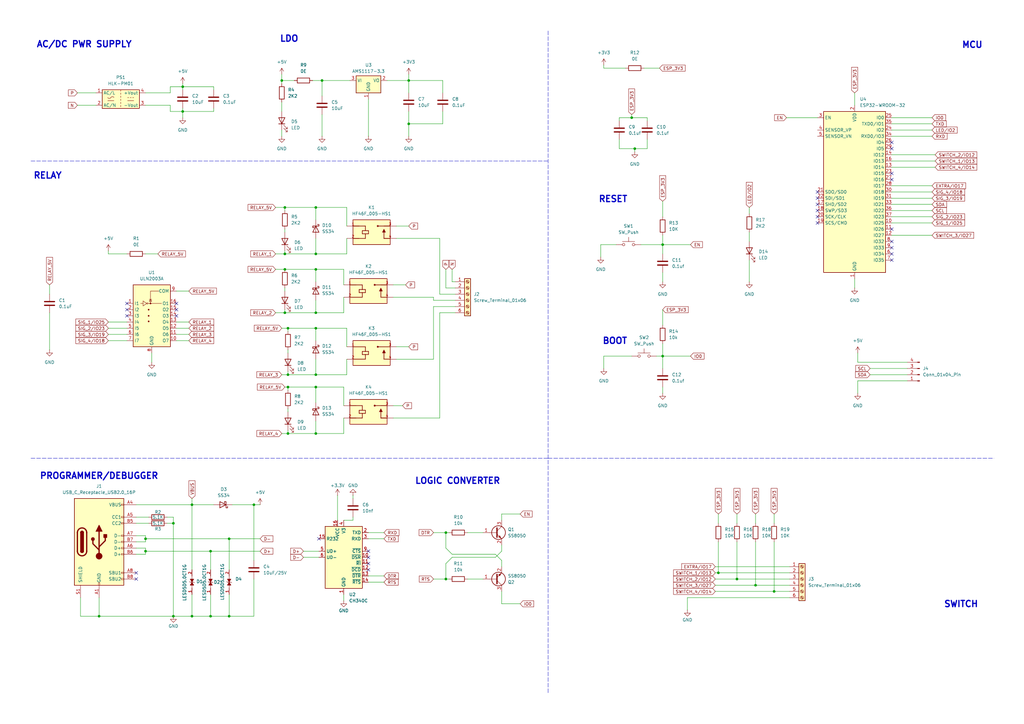
<source format=kicad_sch>
(kicad_sch (version 20250114) (generator "eeschema") (generator_version "9.0")
  (paper "A3")
  (title_block (title "Home Automation Controller") (date "2026-01-31") (rev "v0.1") (company "Prahas"))
  (lib_symbols
    (symbol "Connector:Conn_01x04_Pin" (pin_names (offset 1.016) (hide yes))
      (property "Reference" "J" (at 0 5.08 0))
      (property "Value" "Conn_01x04_Pin" (at 0 -7.62 0))
      (symbol "Conn_01x04_Pin_1_1"
        (pin passive line (at 5.08 2.54 180) (length 3.81) (name "Pin_1") (number "1"))
        (pin passive line (at 5.08 0 180) (length 3.81) (name "Pin_2") (number "2"))
        (pin passive line (at 5.08 -2.54 180) (length 3.81) (name "Pin_3") (number "3"))
        (pin passive line (at 5.08 -5.08 180) (length 3.81) (name "Pin_4") (number "4"))
      )
    )
    (symbol "Connector:Screw_Terminal_01x06" (pin_names (offset 1.016) (hide yes))
      (property "Reference" "J" (at 0 7.62 0))
      (property "Value" "Screw_Terminal_01x06" (at 0 -10.16 0))
      (symbol "Screw_Terminal_01x06_1_1"
        (pin passive line (at -5.08 5.08 0) (length 3.81) (name "Pin_1") (number "1"))
        (pin passive line (at -5.08 2.54 0) (length 3.81) (name "Pin_2") (number "2"))
        (pin passive line (at -5.08 0 0) (length 3.81) (name "Pin_3") (number "3"))
        (pin passive line (at -5.08 -2.54 0) (length 3.81) (name "Pin_4") (number "4"))
        (pin passive line (at -5.08 -5.08 0) (length 3.81) (name "Pin_5") (number "5"))
        (pin passive line (at -5.08 -7.62 0) (length 3.81) (name "Pin_6") (number "6"))
      )
    )
    (symbol "Connector:USB_C_Receptacle_USB2.0_16P" (pin_names (offset 1.016))
      (property "Reference" "J" (at 0 22.225 0))
      (property "Value" "USB_C_Receptacle_USB2.0_16P" (at 0 19.685 0))
      (symbol "USB_C_Receptacle_USB2.0_16P_1_1"
        (pin passive line (at -7.62 -22.86 90) (length 5.08) (name "SHIELD") (number "S1"))
        (pin passive line (at 0 -22.86 90) (length 5.08) (name "GND") (number "A1"))
        (pin passive line (at 0 -22.86 90) (length 5.08) (hide yes) (name "GND") (number "A12"))
        (pin passive line (at 0 -22.86 90) (length 5.08) (hide yes) (name "GND") (number "B1"))
        (pin passive line (at 0 -22.86 90) (length 5.08) (hide yes) (name "GND") (number "B12"))
        (pin passive line (at 15.24 15.24 180) (length 5.08) (name "VBUS") (number "A4"))
        (pin passive line (at 15.24 15.24 180) (length 5.08) (hide yes) (name "VBUS") (number "A9"))
        (pin passive line (at 15.24 15.24 180) (length 5.08) (hide yes) (name "VBUS") (number "B4"))
        (pin passive line (at 15.24 15.24 180) (length 5.08) (hide yes) (name "VBUS") (number "B9"))
        (pin bidirectional line (at 15.24 10.16 180) (length 5.08) (name "CC1") (number "A5"))
        (pin bidirectional line (at 15.24 7.62 180) (length 5.08) (name "CC2") (number "B5"))
        (pin bidirectional line (at 15.24 2.54 180) (length 5.08) (name "D-") (number "A7"))
        (pin bidirectional line (at 15.24 0 180) (length 5.08) (name "D-") (number "B7"))
        (pin bidirectional line (at 15.24 -2.54 180) (length 5.08) (name "D+") (number "A6"))
        (pin bidirectional line (at 15.24 -5.08 180) (length 5.08) (name "D+") (number "B6"))
        (pin bidirectional line (at 15.24 -12.7 180) (length 5.08) (name "SBU1") (number "A8"))
        (pin bidirectional line (at 15.24 -15.24 180) (length 5.08) (name "SBU2") (number "B8"))
      )
    )
    (symbol "Converter_ACDC:HLK-PM01"
      (property "Reference" "PS" (at 0 5.08 0))
      (property "Value" "HLK-PM01" (at 0 -5.08 0))
      (symbol "HLK-PM01_1_1"
        (pin power_in line (at -10.16 2.54 0) (length 2.54) (name "AC/L") (number "1"))
        (pin power_in line (at -10.16 -2.54 0) (length 2.54) (name "AC/N") (number "2"))
        (pin power_out line (at 10.16 2.54 180) (length 2.54) (name "+Vout") (number "4"))
        (pin power_out line (at 10.16 -2.54 180) (length 2.54) (name "-Vout") (number "3"))
      )
    )
    (symbol "Device:C" (pin_numbers (hide yes)) (pin_names (offset 0.254))
      (property "Reference" "C" (at 0.635 2.54 0))
      (property "Value" "C" (at 0.635 -2.54 0))
      (symbol "C_1_1"
        (pin passive line (at 0 3.81 270) (length 2.794) (name "~") (number "1"))
        (pin passive line (at 0 -3.81 90) (length 2.794) (name "~") (number "2"))
      )
    )
    (symbol "Device:LED" (pin_numbers (hide yes)) (pin_names (offset 1.016) (hide yes))
      (property "Reference" "D" (at 0 2.54 0))
      (property "Value" "LED" (at 0 -2.54 0))
      (symbol "LED_1_1"
        (pin passive line (at -3.81 0 0) (length 2.54) (name "K") (number "1"))
        (pin passive line (at 3.81 0 180) (length 2.54) (name "A") (number "2"))
      )
    )
    (symbol "Device:R" (pin_numbers (hide yes)) (pin_names (offset 0))
      (property "Reference" "R" (at 2.032 0 90))
      (property "Value" "R" (at 0 0 90))
      (symbol "R_1_1"
        (pin passive line (at 0 3.81 270) (length 1.27) (name "~") (number "1"))
        (pin passive line (at 0 -3.81 90) (length 1.27) (name "~") (number "2"))
      )
    )
    (symbol "Diode:SS34" (pin_numbers (hide yes)) (pin_names (offset 1.016) (hide yes))
      (property "Reference" "D" (at 0 2.54 0))
      (property "Value" "SS34" (at 0 -2.54 0))
      (symbol "SS34_1_1"
        (pin passive line (at -3.81 0 0) (length 2.54) (name "K") (number "1"))
        (pin passive line (at 3.81 0 180) (length 2.54) (name "A") (number "2"))
      )
    )
    (symbol "HF46F_005-HS1:HF46F_005-HS1" (pin_names (offset 1.016))
      (property "Reference" "K" (at -7.62 6.35 0))
      (property "Value" "HF46F_005-HS1" (at -7.62 -7.62 0))
      (symbol "HF46F_005-HS1_0_0"
        (pin passive line (at -10.16 2.54 0) (length 5.08) (name "~") (number "1"))
        (pin passive line (at -10.16 -2.54 0) (length 5.08) (name "~") (number "2"))
        (pin passive line (at 10.16 2.54 180) (length 5.08) (name "~") (number "3"))
        (pin passive line (at 10.16 -2.54 180) (length 5.08) (name "~") (number "4"))
      )
    )
    (symbol "Interface_USB:CH340C"
      (property "Reference" "U" (at -5.08 13.97 0))
      (property "Value" "CH340C" (at 1.27 13.97 0))
      (symbol "CH340C_1_1"
        (pin input line (at -10.16 7.62 0) (length 2.54) (name "R232") (number "15"))
        (pin bidirectional line (at -10.16 2.54 0) (length 2.54) (name "UD+") (number "5"))
        (pin bidirectional line (at -10.16 0 0) (length 2.54) (name "UD-") (number "6"))
        (pin no_connect line (at -7.62 -5.08 0) (length 2.54) (hide yes) (name "NC") (number "7"))
        (pin no_connect line (at -7.62 -7.62 0) (length 2.54) (hide yes) (name "NC") (number "8"))
        (pin power_in line (at -2.54 15.24 270) (length 2.54) (name "VCC") (number "16"))
        (pin power_out line (at 0 15.24 270) (length 2.54) (name "V3") (number "4"))
        (pin power_in line (at 0 -15.24 90) (length 2.54) (name "GND") (number "1"))
        (pin output line (at 10.16 10.16 180) (length 2.54) (name "TXD") (number "2"))
        (pin input line (at 10.16 7.62 180) (length 2.54) (name "RXD") (number "3"))
        (pin input line (at 10.16 2.54 180) (length 2.54) (name "~{CTS}") (number "9"))
        (pin input line (at 10.16 0 180) (length 2.54) (name "~{DSR}") (number "10"))
        (pin input line (at 10.16 -2.54 180) (length 2.54) (name "~{RI}") (number "11"))
        (pin input line (at 10.16 -5.08 180) (length 2.54) (name "~{DCD}") (number "12"))
        (pin output line (at 10.16 -7.62 180) (length 2.54) (name "~{DTR}") (number "13"))
        (pin output line (at 10.16 -10.16 180) (length 2.54) (name "~{RTS}") (number "14"))
      )
    )
    (symbol "LESD5D5.0CT1G:LESD5D5.0CT1G" (pin_names (offset 1.016))
      (property "Reference" "D" (at -5.08 2.54 0))
      (property "Value" "LESD5D5.0CT1G" (at -5.08 -5.08 0))
      (symbol "LESD5D5.0CT1G_0_0"
        (pin passive line (at -5.08 0 0) (length 2.54) (name "~") (number "1"))
        (pin passive line (at 5.08 0 180) (length 2.54) (name "~") (number "2"))
      )
    )
    (symbol "RF_Module:ESP32-WROOM-32"
      (property "Reference" "U" (at -12.7 34.29 0))
      (property "Value" "ESP32-WROOM-32" (at 1.27 34.29 0))
      (symbol "ESP32-WROOM-32_1_1"
        (pin input line (at -15.24 30.48 0) (length 2.54) (name "EN") (number "3"))
        (pin input line (at -15.24 25.4 0) (length 2.54) (name "SENSOR_VP") (number "4"))
        (pin input line (at -15.24 22.86 0) (length 2.54) (name "SENSOR_VN") (number "5"))
        (pin bidirectional line (at -15.24 0 0) (length 2.54) (name "SDO/SD0") (number "21"))
        (pin bidirectional line (at -15.24 -2.54 0) (length 2.54) (name "SDI/SD1") (number "22"))
        (pin bidirectional line (at -15.24 -5.08 0) (length 2.54) (name "SHD/SD2") (number "17"))
        (pin bidirectional line (at -15.24 -7.62 0) (length 2.54) (name "SWP/SD3") (number "18"))
        (pin bidirectional line (at -15.24 -10.16 0) (length 2.54) (name "SCK/CLK") (number "20"))
        (pin bidirectional line (at -15.24 -12.7 0) (length 2.54) (name "SCS/CMD") (number "19"))
        (pin no_connect line (at -12.7 -27.94 0) (length 2.54) (hide yes) (name "NC") (number "32"))
        (pin power_in line (at 0 35.56 270) (length 2.54) (name "VDD") (number "2"))
        (pin power_in line (at 0 -35.56 90) (length 2.54) (name "GND") (number "1"))
        (pin passive line (at 0 -35.56 90) (length 2.54) (hide yes) (name "GND") (number "15"))
        (pin passive line (at 0 -35.56 90) (length 2.54) (hide yes) (name "GND") (number "38"))
        (pin passive line (at 0 -35.56 90) (length 2.54) (hide yes) (name "GND") (number "39"))
        (pin bidirectional line (at 15.24 30.48 180) (length 2.54) (name "IO0") (number "25"))
        (pin bidirectional line (at 15.24 27.94 180) (length 2.54) (name "TXD0/IO1") (number "35"))
        (pin bidirectional line (at 15.24 25.4 180) (length 2.54) (name "IO2") (number "24"))
        (pin bidirectional line (at 15.24 22.86 180) (length 2.54) (name "RXD0/IO3") (number "34"))
        (pin bidirectional line (at 15.24 20.32 180) (length 2.54) (name "IO4") (number "26"))
        (pin bidirectional line (at 15.24 17.78 180) (length 2.54) (name "IO5") (number "29"))
        (pin bidirectional line (at 15.24 15.24 180) (length 2.54) (name "IO12") (number "14"))
        (pin bidirectional line (at 15.24 12.7 180) (length 2.54) (name "IO13") (number "16"))
        (pin bidirectional line (at 15.24 10.16 180) (length 2.54) (name "IO14") (number "13"))
        (pin bidirectional line (at 15.24 7.62 180) (length 2.54) (name "IO15") (number "23"))
        (pin bidirectional line (at 15.24 5.08 180) (length 2.54) (name "IO16") (number "27"))
        (pin bidirectional line (at 15.24 2.54 180) (length 2.54) (name "IO17") (number "28"))
        (pin bidirectional line (at 15.24 0 180) (length 2.54) (name "IO18") (number "30"))
        (pin bidirectional line (at 15.24 -2.54 180) (length 2.54) (name "IO19") (number "31"))
        (pin bidirectional line (at 15.24 -5.08 180) (length 2.54) (name "IO21") (number "33"))
        (pin bidirectional line (at 15.24 -7.62 180) (length 2.54) (name "IO22") (number "36"))
        (pin bidirectional line (at 15.24 -10.16 180) (length 2.54) (name "IO23") (number "37"))
        (pin bidirectional line (at 15.24 -12.7 180) (length 2.54) (name "IO25") (number "10"))
        (pin bidirectional line (at 15.24 -15.24 180) (length 2.54) (name "IO26") (number "11"))
        (pin bidirectional line (at 15.24 -17.78 180) (length 2.54) (name "IO27") (number "12"))
        (pin bidirectional line (at 15.24 -20.32 180) (length 2.54) (name "IO32") (number "8"))
        (pin bidirectional line (at 15.24 -22.86 180) (length 2.54) (name "IO33") (number "9"))
        (pin input line (at 15.24 -25.4 180) (length 2.54) (name "IO34") (number "6"))
        (pin input line (at 15.24 -27.94 180) (length 2.54) (name "IO35") (number "7"))
      )
    )
    (symbol "Regulator_Linear:AMS1117-3.3"
      (property "Reference" "U" (at -3.81 3.175 0))
      (property "Value" "AMS1117-3.3" (at 0 3.175 0))
      (symbol "AMS1117-3.3_1_1"
        (pin power_in line (at -7.62 0 0) (length 2.54) (name "VI") (number "3"))
        (pin power_in line (at 0 -7.62 90) (length 2.54) (name "GND") (number "1"))
        (pin power_out line (at 7.62 0 180) (length 2.54) (name "VO") (number "2"))
      )
    )
    (symbol "Switch:SW_Push" (pin_numbers (hide yes)) (pin_names (offset 1.016) (hide yes))
      (property "Reference" "SW" (at 1.27 2.54 0))
      (property "Value" "SW_Push" (at 0 -1.524 0))
      (symbol "SW_Push_0_1"
        (pin passive line (at -5.08 0 0) (length 2.54) (name "1") (number "1"))
        (pin passive line (at 5.08 0 180) (length 2.54) (name "2") (number "2"))
      )
    )
    (symbol "Transistor_Array:ULN2003A"
      (property "Reference" "U" (at 0 15.875 0))
      (property "Value" "ULN2003A" (at 0 13.97 0))
      (symbol "ULN2003A_1_1"
        (pin input line (at -10.16 5.08 0) (length 2.54) (name "I1") (number "1"))
        (pin input line (at -10.16 2.54 0) (length 2.54) (name "I2") (number "2"))
        (pin input line (at -10.16 0 0) (length 2.54) (name "I3") (number "3"))
        (pin input line (at -10.16 -2.54 0) (length 2.54) (name "I4") (number "4"))
        (pin input line (at -10.16 -5.08 0) (length 2.54) (name "I5") (number "5"))
        (pin input line (at -10.16 -7.62 0) (length 2.54) (name "I6") (number "6"))
        (pin input line (at -10.16 -10.16 0) (length 2.54) (name "I7") (number "7"))
        (pin power_in line (at 0 -15.24 90) (length 2.54) (name "GND") (number "8"))
        (pin passive line (at 10.16 10.16 180) (length 2.54) (name "COM") (number "9"))
        (pin open_collector line (at 10.16 5.08 180) (length 2.54) (name "O1") (number "16"))
        (pin open_collector line (at 10.16 2.54 180) (length 2.54) (name "O2") (number "15"))
        (pin open_collector line (at 10.16 0 180) (length 2.54) (name "O3") (number "14"))
        (pin open_collector line (at 10.16 -2.54 180) (length 2.54) (name "O4") (number "13"))
        (pin open_collector line (at 10.16 -5.08 180) (length 2.54) (name "O5") (number "12"))
        (pin open_collector line (at 10.16 -7.62 180) (length 2.54) (name "O6") (number "11"))
        (pin open_collector line (at 10.16 -10.16 180) (length 2.54) (name "O7") (number "10"))
      )
    )
    (symbol "Transistor_BJT:SS8050" (pin_names (offset 0) (hide yes))
      (property "Reference" "Q" (at 5.08 1.905 0))
      (property "Value" "SS8050" (at 5.08 0 0))
      (symbol "SS8050_1_1"
        (pin input line (at -5.08 0 0) (length 2.54) (name "B") (number "1"))
        (pin passive line (at 2.54 5.08 270) (length 2.54) (name "C") (number "3"))
        (pin passive line (at 2.54 -5.08 90) (length 2.54) (name "E") (number "2"))
      )
    )
    (symbol "power:+3.3V" (power) (pin_numbers (hide yes)) (pin_names (offset 0) (hide yes))
      (property "Value" "+3.3V" (at 0 3.556 0))
      (symbol "+3.3V_1_1"
        (pin power_in line (at 0 0 90) (length 0) (name "~") (number "1"))
      )
    )
    (symbol "power:+3V3" (power) (pin_numbers (hide yes)) (pin_names (offset 0) (hide yes))
      (property "Value" "+3V3" (at 0 3.556 0))
      (symbol "+3V3_1_1"
        (pin power_in line (at 0 0 90) (length 0) (name "~") (number "1"))
      )
    )
    (symbol "power:+5V" (power) (pin_numbers (hide yes)) (pin_names (offset 0) (hide yes))
      (property "Value" "+5V" (at 0 3.556 0))
      (symbol "+5V_1_1"
        (pin power_in line (at 0 0 90) (length 0) (name "~") (number "1"))
      )
    )
    (symbol "power:GND" (power) (pin_numbers (hide yes)) (pin_names (offset 0) (hide yes))
      (property "Value" "GND" (at 0 -3.81 0))
      (symbol "GND_1_1"
        (pin power_in line (at 0 0 270) (length 0) (name "~") (number "1"))
      )
    )
  )
  (text "AC/DC PWR SUPPLY" (at 34.544 18.288 0) (effects (font (size 2.54 2.54) (thickness 0.508) (bold yes))))
  (text "RESET" (at 251.46 81.788 0) (effects (font (size 2.54 2.54) (thickness 0.508) (bold yes))))
  (text "BOOT\n" (at 252.222 139.954 0) (effects (font (size 2.54 2.54) (thickness 0.508) (bold yes))))
  (text "PROGRAMMER/DEBUGGER" (at 40.64 195.326 0) (effects (font (size 2.54 2.54) (thickness 0.508) (bold yes))))
  (text "LDO\n" (at 118.618 16.002 0) (effects (font (size 2.54 2.54) (thickness 0.508) (bold yes))))
  (text "SWITCH" (at 394.208 247.904 0) (effects (font (size 2.54 2.54) (thickness 0.508) (bold yes))))
  (text "LOGIC CONVERTER" (at 187.706 197.358 0) (effects (font (size 2.54 2.54) (thickness 0.508) (bold yes))))
  (text "MCU" (at 398.78 18.542 0) (effects (font (size 2.54 2.54) (thickness 0.508) (bold yes))))
  (text "RELAY" (at 19.558 72.136 0) (effects (font (size 2.54 2.54) (thickness 0.508) (bold yes))))
  (junction (at 259.08 48.26))
  (junction (at 74.93 35.56))
  (junction (at 74.93 45.72))
  (junction (at 129.54 128.27))
  (junction (at 129.54 104.14))
  (junction (at 271.78 146.05))
  (junction (at 309.88 240.03))
  (junction (at 118.11 153.67))
  (junction (at 129.54 158.75))
  (junction (at 129.54 177.8))
  (junction (at 118.11 177.8))
  (junction (at 294.64 234.95))
  (junction (at 129.54 153.67))
  (junction (at 129.54 85.09))
  (junction (at 115.57 33.02))
  (junction (at 116.84 104.14))
  (junction (at 116.84 110.49))
  (junction (at 317.5 242.57))
  (junction (at 116.84 85.09))
  (junction (at 129.54 110.49))
  (junction (at 71.12 252.73))
  (junction (at 93.98 220.98))
  (junction (at 93.98 252.73))
  (junction (at 129.54 134.62))
  (junction (at 40.64 252.73))
  (junction (at 132.08 33.02))
  (junction (at 78.74 252.73))
  (junction (at 118.11 134.62))
  (junction (at 59.69 220.98))
  (junction (at 167.64 50.8))
  (junction (at 167.64 33.02))
  (junction (at 59.69 226.06))
  (junction (at 86.36 252.73))
  (junction (at 182.88 218.44))
  (junction (at 86.36 226.06))
  (junction (at 78.74 207.01))
  (junction (at 271.78 100.33))
  (junction (at 260.35 60.96))
  (junction (at 116.84 128.27))
  (junction (at 104.14 207.01))
  (junction (at 71.12 214.63))
  (junction (at 118.11 158.75))
  (junction (at 302.26 237.49))
  (junction (at 182.88 237.49))
  (no_connect (at 365.76 58.42))
  (no_connect (at 335.28 91.44))
  (no_connect (at 365.76 106.68))
  (no_connect (at 52.07 124.46))
  (no_connect (at 335.28 78.74))
  (no_connect (at 55.88 234.95))
  (no_connect (at 365.76 99.06))
  (no_connect (at 335.28 88.9))
  (no_connect (at 365.76 60.96))
  (no_connect (at 151.13 231.14))
  (no_connect (at 72.39 127))
  (no_connect (at 151.13 228.6))
  (no_connect (at 151.13 233.68))
  (no_connect (at 151.13 226.06))
  (no_connect (at 72.39 124.46))
  (no_connect (at 335.28 83.82))
  (no_connect (at 72.39 129.54))
  (no_connect (at 365.76 104.14))
  (no_connect (at 55.88 237.49))
  (no_connect (at 130.81 220.98))
  (no_connect (at 365.76 93.98))
  (no_connect (at 52.07 129.54))
  (no_connect (at 335.28 81.28))
  (no_connect (at 365.76 101.6))
  (no_connect (at 52.07 127))
  (no_connect (at 365.76 71.12))
  (no_connect (at 365.76 73.66))
  (no_connect (at 335.28 86.36))
  (wire (pts (xy 116.84 128.27) (xy 116.84 127)))
  (wire (pts (xy 151.13 238.76) (xy 157.48 238.76)))
  (wire (pts (xy 78.74 207.01) (xy 87.63 207.01)))
  (wire (pts (xy 182.88 110.49) (xy 182.88 118.11)))
  (wire (pts (xy 271.78 158.75) (xy 271.78 161.29)))
  (wire (pts (xy 69.85 45.72) (xy 74.93 45.72)))
  (wire (pts (xy 72.39 119.38) (xy 77.47 119.38)))
  (wire (pts (xy 33.02 245.11) (xy 33.02 252.73)))
  (wire (pts (xy 44.45 104.14) (xy 52.07 104.14)))
  (wire (pts (xy 271.78 111.76) (xy 271.78 115.57)))
  (wire (pts (xy 129.54 134.62) (xy 129.54 139.7)))
  (wire (pts (xy 365.76 86.36) (xy 382.27 86.36)))
  (wire (pts (xy 177.8 237.49) (xy 182.88 237.49)))
  (wire (pts (xy 115.57 45.72) (xy 115.57 41.91)))
  (wire (pts (xy 205.74 247.65) (xy 213.36 247.65)))
  (wire (pts (xy 44.45 137.16) (xy 52.07 137.16)))
  (wire (pts (xy 350.52 38.1) (xy 350.52 43.18)))
  (wire (pts (xy 185.42 228.6) (xy 182.88 231.14)))
  (wire (pts (xy 365.76 81.28) (xy 382.27 81.28)))
  (wire (pts (xy 271.78 100.33) (xy 271.78 104.14)))
  (wire (pts (xy 74.93 35.56) (xy 74.93 36.83)))
  (wire (pts (xy 254 60.96) (xy 260.35 60.96)))
  (wire (pts (xy 59.69 104.14) (xy 64.77 104.14)))
  (wire (pts (xy 181.61 38.1) (xy 181.61 33.02)))
  (wire (pts (xy 116.84 85.09) (xy 116.84 86.36)))
  (wire (pts (xy 365.76 88.9) (xy 382.27 88.9)))
  (wire (pts (xy 93.98 243.84) (xy 93.98 252.73)))
  (wire (pts (xy 302.26 222.25) (xy 302.26 237.49)))
  (wire (pts (xy 177.8 123.19) (xy 186.69 123.19)))
  (wire (pts (xy 93.98 252.73) (xy 86.36 252.73)))
  (wire (pts (xy 294.64 210.82) (xy 294.64 214.63)))
  (wire (pts (xy 129.54 177.8) (xy 140.97 177.8)))
  (wire (pts (xy 191.77 237.49) (xy 198.12 237.49)))
  (wire (pts (xy 68.58 214.63) (xy 71.12 214.63)))
  (wire (pts (xy 116.84 128.27) (xy 129.54 128.27)))
  (wire (pts (xy 185.42 110.49) (xy 185.42 115.57)))
  (wire (pts (xy 247.65 27.94) (xy 256.54 27.94)))
  (wire (pts (xy 116.84 102.87) (xy 116.84 104.14)))
  (wire (pts (xy 182.88 218.44) (xy 184.15 218.44)))
  (wire (pts (xy 87.63 45.72) (xy 74.93 45.72)))
  (wire (pts (xy 140.97 158.75) (xy 140.97 166.37)))
  (wire (pts (xy 177.8 125.73) (xy 186.69 125.73)))
  (wire (pts (xy 142.24 85.09) (xy 142.24 92.71)))
  (wire (pts (xy 104.14 237.49) (xy 104.14 252.73)))
  (wire (pts (xy 203.2 227.33) (xy 185.42 227.33)))
  (wire (pts (xy 72.39 134.62) (xy 77.47 134.62)))
  (wire (pts (xy 115.57 33.02) (xy 115.57 34.29)))
  (wire (pts (xy 254 57.15) (xy 254 60.96)))
  (wire (pts (xy 72.39 139.7) (xy 77.47 139.7)))
  (wire (pts (xy 140.97 171.45) (xy 140.97 177.8)))
  (wire (pts (xy 309.88 210.82) (xy 309.88 214.63)))
  (wire (pts (xy 351.79 156.21) (xy 351.79 161.29)))
  (wire (pts (xy 247.65 151.13) (xy 247.65 146.05)))
  (wire (pts (xy 118.11 177.8) (xy 129.54 177.8)))
  (wire (pts (xy 260.35 62.23) (xy 260.35 60.96)))
  (wire (pts (xy 93.98 252.73) (xy 104.14 252.73)))
  (wire (pts (xy 180.34 128.27) (xy 186.69 128.27)))
  (wire (pts (xy 93.98 233.68) (xy 93.98 220.98)))
  (wire (pts (xy 59.69 227.33) (xy 55.88 227.33)))
  (wire (pts (xy 203.2 228.6) (xy 185.42 228.6)))
  (wire (pts (xy 365.76 55.88) (xy 382.27 55.88)))
  (wire (pts (xy 20.32 128.27) (xy 20.32 143.51)))
  (wire (pts (xy 293.37 242.57) (xy 317.5 242.57)))
  (wire (pts (xy 118.11 134.62) (xy 118.11 135.89)))
  (wire (pts (xy 161.29 171.45) (xy 180.34 171.45)))
  (wire (pts (xy 104.14 207.01) (xy 104.14 229.87)))
  (wire (pts (xy 132.08 33.02) (xy 132.08 39.37)))
  (wire (pts (xy 293.37 237.49) (xy 302.26 237.49)))
  (wire (pts (xy 151.13 40.64) (xy 151.13 55.88)))
  (wire (pts (xy 365.76 78.74) (xy 382.27 78.74)))
  (wire (pts (xy 115.57 30.48) (xy 115.57 33.02)))
  (wire (pts (xy 185.42 227.33) (xy 182.88 224.79)))
  (wire (pts (xy 356.87 151.13) (xy 372.11 151.13)))
  (wire (pts (xy 205.74 210.82) (xy 205.74 213.36)))
  (wire (pts (xy 44.45 102.87) (xy 44.45 104.14)))
  (wire (pts (xy 309.88 240.03) (xy 323.85 240.03)))
  (wire (pts (xy 181.61 33.02) (xy 167.64 33.02)))
  (wire (pts (xy 151.13 218.44) (xy 157.48 218.44)))
  (wire (pts (xy 205.74 223.52) (xy 205.74 226.06)))
  (wire (pts (xy 118.11 153.67) (xy 129.54 153.67)))
  (wire (pts (xy 307.34 95.25) (xy 307.34 99.06)))
  (wire (pts (xy 271.78 140.97) (xy 271.78 146.05)))
  (wire (pts (xy 78.74 243.84) (xy 78.74 252.73)))
  (wire (pts (xy 294.64 234.95) (xy 323.85 234.95)))
  (wire (pts (xy 33.02 252.73) (xy 40.64 252.73)))
  (wire (pts (xy 93.98 220.98) (xy 59.69 220.98)))
  (wire (pts (xy 247.65 26.67) (xy 247.65 27.94)))
  (wire (pts (xy 86.36 233.68) (xy 86.36 226.06)))
  (wire (pts (xy 182.88 118.11) (xy 186.69 118.11)))
  (wire (pts (xy 162.56 97.79) (xy 180.34 97.79)))
  (wire (pts (xy 113.03 85.09) (xy 116.84 85.09)))
  (wire (pts (xy 74.93 34.29) (xy 74.93 35.56)))
  (wire (pts (xy 44.45 132.08) (xy 52.07 132.08)))
  (wire (pts (xy 55.88 214.63) (xy 60.96 214.63)))
  (wire (pts (xy 162.56 147.32) (xy 177.8 147.32)))
  (wire (pts (xy 86.36 226.06) (xy 59.69 226.06)))
  (wire (pts (xy 182.88 231.14) (xy 182.88 237.49)))
  (wire (pts (xy 40.64 252.73) (xy 40.64 245.11)))
  (wire (pts (xy 365.76 76.2) (xy 382.27 76.2)))
  (wire (pts (xy 95.25 207.01) (xy 104.14 207.01)))
  (wire (pts (xy 161.29 121.92) (xy 177.8 121.92)))
  (wire (pts (xy 69.85 38.1) (xy 59.69 38.1)))
  (wire (pts (xy 116.84 104.14) (xy 129.54 104.14)))
  (wire (pts (xy 167.64 45.72) (xy 167.64 50.8)))
  (wire (pts (xy 93.98 220.98) (xy 106.68 220.98)))
  (wire (pts (xy 302.26 237.49) (xy 323.85 237.49)))
  (wire (pts (xy 116.84 93.98) (xy 116.84 95.25)))
  (wire (pts (xy 317.5 222.25) (xy 317.5 242.57)))
  (wire (pts (xy 68.58 212.09) (xy 71.12 212.09)))
  (wire (pts (xy 161.29 166.37) (xy 165.1 166.37)))
  (wire (pts (xy 140.97 110.49) (xy 140.97 116.84)))
  (wire (pts (xy 365.76 66.04) (xy 383.54 66.04)))
  (wire (pts (xy 129.54 158.75) (xy 129.54 165.1)))
  (wire (pts (xy 129.54 153.67) (xy 142.24 153.67)))
  (wire (pts (xy 140.97 121.92) (xy 140.97 128.27)))
  (wire (pts (xy 254 48.26) (xy 259.08 48.26)))
  (polyline (pts (xy 12.7 187.96) (xy 224.79 187.96)) (stroke (width 0) (type dash)))
  (wire (pts (xy 71.12 212.09) (xy 71.12 214.63)))
  (wire (pts (xy 162.56 92.71) (xy 167.64 92.71)))
  (wire (pts (xy 129.54 85.09) (xy 142.24 85.09)))
  (wire (pts (xy 62.23 144.78) (xy 62.23 148.59)))
  (wire (pts (xy 44.45 139.7) (xy 52.07 139.7)))
  (wire (pts (xy 138.43 203.2) (xy 138.43 213.36)))
  (wire (pts (xy 151.13 220.98) (xy 157.48 220.98)))
  (wire (pts (xy 351.79 144.78) (xy 351.79 148.59)))
  (wire (pts (xy 162.56 142.24) (xy 167.64 142.24)))
  (wire (pts (xy 132.08 46.99) (xy 132.08 55.88)))
  (wire (pts (xy 59.69 222.25) (xy 55.88 222.25)))
  (wire (pts (xy 115.57 134.62) (xy 118.11 134.62)))
  (wire (pts (xy 185.42 115.57) (xy 186.69 115.57)))
  (wire (pts (xy 74.93 44.45) (xy 74.93 45.72)))
  (wire (pts (xy 129.54 110.49) (xy 140.97 110.49)))
  (wire (pts (xy 132.08 33.02) (xy 143.51 33.02)))
  (wire (pts (xy 118.11 176.53) (xy 118.11 177.8)))
  (wire (pts (xy 264.16 27.94) (xy 270.51 27.94)))
  (wire (pts (xy 260.35 60.96) (xy 265.43 60.96)))
  (wire (pts (xy 205.74 229.87) (xy 203.2 227.33)))
  (wire (pts (xy 281.94 245.11) (xy 281.94 250.19)))
  (wire (pts (xy 180.34 97.79) (xy 180.34 120.65)))
  (wire (pts (xy 129.54 85.09) (xy 129.54 90.17)))
  (wire (pts (xy 177.8 125.73) (xy 177.8 147.32)))
  (wire (pts (xy 115.57 33.02) (xy 120.65 33.02)))
  (wire (pts (xy 365.76 50.8) (xy 382.27 50.8)))
  (wire (pts (xy 246.38 100.33) (xy 246.38 105.41)))
  (wire (pts (xy 271.78 127) (xy 271.78 133.35)))
  (wire (pts (xy 247.65 146.05) (xy 259.08 146.05)))
  (wire (pts (xy 365.76 83.82) (xy 382.27 83.82)))
  (wire (pts (xy 365.76 63.5) (xy 383.54 63.5)))
  (wire (pts (xy 142.24 147.32) (xy 142.24 153.67)))
  (wire (pts (xy 252.73 100.33) (xy 246.38 100.33)))
  (wire (pts (xy 182.88 237.49) (xy 184.15 237.49)))
  (wire (pts (xy 129.54 128.27) (xy 140.97 128.27)))
  (wire (pts (xy 69.85 43.18) (xy 59.69 43.18)))
  (wire (pts (xy 129.54 172.72) (xy 129.54 177.8)))
  (wire (pts (xy 254 48.26) (xy 254 49.53)))
  (wire (pts (xy 118.11 167.64) (xy 118.11 168.91)))
  (wire (pts (xy 116.84 110.49) (xy 129.54 110.49)))
  (wire (pts (xy 309.88 222.25) (xy 309.88 240.03)))
  (wire (pts (xy 271.78 146.05) (xy 271.78 151.13)))
  (wire (pts (xy 129.54 147.32) (xy 129.54 153.67)))
  (wire (pts (xy 265.43 48.26) (xy 265.43 49.53)))
  (wire (pts (xy 307.34 106.68) (xy 307.34 115.57)))
  (wire (pts (xy 86.36 252.73) (xy 78.74 252.73)))
  (wire (pts (xy 129.54 134.62) (xy 142.24 134.62)))
  (wire (pts (xy 86.36 226.06) (xy 106.68 226.06)))
  (wire (pts (xy 78.74 252.73) (xy 71.12 252.73)))
  (wire (pts (xy 113.03 104.14) (xy 116.84 104.14)))
  (wire (pts (xy 365.76 53.34) (xy 382.27 53.34)))
  (wire (pts (xy 205.74 232.41) (xy 205.74 229.87)))
  (wire (pts (xy 116.84 85.09) (xy 129.54 85.09)))
  (wire (pts (xy 118.11 143.51) (xy 118.11 144.78)))
  (wire (pts (xy 205.74 242.57) (xy 205.74 247.65)))
  (wire (pts (xy 69.85 38.1) (xy 69.85 35.56)))
  (wire (pts (xy 129.54 104.14) (xy 142.24 104.14)))
  (wire (pts (xy 271.78 146.05) (xy 283.21 146.05)))
  (wire (pts (xy 78.74 207.01) (xy 78.74 233.68)))
  (wire (pts (xy 59.69 220.98) (xy 59.69 222.25)))
  (wire (pts (xy 142.24 97.79) (xy 142.24 104.14)))
  (wire (pts (xy 205.74 226.06) (xy 203.2 228.6)))
  (wire (pts (xy 365.76 68.58) (xy 383.54 68.58)))
  (wire (pts (xy 322.58 48.26) (xy 335.28 48.26)))
  (wire (pts (xy 317.5 242.57) (xy 323.85 242.57)))
  (wire (pts (xy 69.85 35.56) (xy 74.93 35.56)))
  (wire (pts (xy 293.37 240.03) (xy 309.88 240.03)))
  (wire (pts (xy 74.93 45.72) (xy 74.93 48.26)))
  (wire (pts (xy 31.75 43.18) (xy 39.37 43.18)))
  (wire (pts (xy 294.64 222.25) (xy 294.64 234.95)))
  (wire (pts (xy 293.37 234.95) (xy 294.64 234.95)))
  (wire (pts (xy 177.8 121.92) (xy 177.8 123.19)))
  (wire (pts (xy 271.78 96.52) (xy 271.78 100.33)))
  (wire (pts (xy 116.84 158.75) (xy 118.11 158.75)))
  (wire (pts (xy 124.46 226.06) (xy 130.81 226.06)))
  (wire (pts (xy 302.26 210.82) (xy 302.26 214.63)))
  (wire (pts (xy 181.61 45.72) (xy 181.61 50.8)))
  (wire (pts (xy 365.76 91.44) (xy 382.27 91.44)))
  (wire (pts (xy 350.52 114.3) (xy 350.52 118.11)))
  (wire (pts (xy 140.97 243.84) (xy 140.97 246.38)))
  (wire (pts (xy 205.74 210.82) (xy 213.36 210.82)))
  (wire (pts (xy 71.12 214.63) (xy 71.12 252.73)))
  (wire (pts (xy 271.78 82.55) (xy 271.78 88.9)))
  (wire (pts (xy 115.57 53.34) (xy 115.57 55.88)))
  (wire (pts (xy 167.64 30.48) (xy 167.64 33.02)))
  (wire (pts (xy 265.43 57.15) (xy 265.43 60.96)))
  (wire (pts (xy 115.57 153.67) (xy 118.11 153.67)))
  (wire (pts (xy 72.39 132.08) (xy 77.47 132.08)))
  (wire (pts (xy 167.64 50.8) (xy 167.64 55.88)))
  (wire (pts (xy 59.69 224.79) (xy 59.69 226.06)))
  (wire (pts (xy 151.13 236.22) (xy 157.48 236.22)))
  (wire (pts (xy 180.34 171.45) (xy 180.34 128.27)))
  (wire (pts (xy 115.57 177.8) (xy 118.11 177.8)))
  (wire (pts (xy 55.88 207.01) (xy 78.74 207.01)))
  (wire (pts (xy 142.24 134.62) (xy 142.24 142.24)))
  (wire (pts (xy 78.74 204.47) (xy 78.74 207.01)))
  (wire (pts (xy 351.79 148.59) (xy 372.11 148.59)))
  (wire (pts (xy 259.08 48.26) (xy 265.43 48.26)))
  (wire (pts (xy 20.32 116.84) (xy 20.32 120.65)))
  (wire (pts (xy 129.54 97.79) (xy 129.54 104.14)))
  (wire (pts (xy 356.87 153.67) (xy 372.11 153.67)))
  (wire (pts (xy 71.12 252.73) (xy 40.64 252.73)))
  (wire (pts (xy 59.69 226.06) (xy 59.69 227.33)))
  (wire (pts (xy 365.76 96.52) (xy 382.27 96.52)))
  (wire (pts (xy 86.36 243.84) (xy 86.36 252.73)))
  (wire (pts (xy 55.88 212.09) (xy 60.96 212.09)))
  (wire (pts (xy 44.45 134.62) (xy 52.07 134.62)))
  (polyline (pts (xy 224.79 187.96) (xy 407.67 187.96)) (stroke (width 0) (type dash)))
  (wire (pts (xy 181.61 50.8) (xy 167.64 50.8)))
  (wire (pts (xy 55.88 219.71) (xy 59.69 219.71)))
  (wire (pts (xy 140.97 213.36) (xy 144.78 213.36)))
  (wire (pts (xy 177.8 218.44) (xy 182.88 218.44)))
  (wire (pts (xy 31.75 38.1) (xy 39.37 38.1)))
  (wire (pts (xy 191.77 218.44) (xy 198.12 218.44)))
  (wire (pts (xy 271.78 100.33) (xy 283.21 100.33)))
  (wire (pts (xy 323.85 245.11) (xy 281.94 245.11)))
  (wire (pts (xy 259.08 46.99) (xy 259.08 48.26)))
  (wire (pts (xy 167.64 33.02) (xy 158.75 33.02)))
  (wire (pts (xy 161.29 116.84) (xy 166.37 116.84)))
  (polyline (pts (xy 12.7 66.04) (xy 224.79 66.04)) (stroke (width 0) (type dash)))
  (wire (pts (xy 144.78 213.36) (xy 144.78 212.09)))
  (wire (pts (xy 118.11 134.62) (xy 129.54 134.62)))
  (wire (pts (xy 69.85 43.18) (xy 69.85 45.72)))
  (wire (pts (xy 129.54 110.49) (xy 129.54 115.57)))
  (wire (pts (xy 365.76 48.26) (xy 382.27 48.26)))
  (wire (pts (xy 269.24 146.05) (xy 271.78 146.05)))
  (wire (pts (xy 144.78 203.2) (xy 144.78 204.47)))
  (wire (pts (xy 167.64 38.1) (xy 167.64 33.02)))
  (wire (pts (xy 116.84 119.38) (xy 116.84 118.11)))
  (wire (pts (xy 128.27 33.02) (xy 132.08 33.02)))
  (wire (pts (xy 72.39 137.16) (xy 77.47 137.16)))
  (wire (pts (xy 118.11 152.4) (xy 118.11 153.67)))
  (wire (pts (xy 129.54 158.75) (xy 140.97 158.75)))
  (wire (pts (xy 87.63 35.56) (xy 74.93 35.56)))
  (wire (pts (xy 180.34 120.65) (xy 186.69 120.65)))
  (wire (pts (xy 307.34 85.09) (xy 307.34 87.63)))
  (wire (pts (xy 113.03 128.27) (xy 116.84 128.27)))
  (wire (pts (xy 317.5 210.82) (xy 317.5 214.63)))
  (wire (pts (xy 113.03 110.49) (xy 116.84 110.49)))
  (polyline (pts (xy 224.79 12.7) (xy 224.79 284.48)) (stroke (width 0) (type dash)))
  (wire (pts (xy 129.54 123.19) (xy 129.54 128.27)))
  (wire (pts (xy 293.37 232.41) (xy 323.85 232.41)))
  (wire (pts (xy 118.11 158.75) (xy 118.11 160.02)))
  (wire (pts (xy 372.11 156.21) (xy 351.79 156.21)))
  (wire (pts (xy 118.11 158.75) (xy 129.54 158.75)))
  (wire (pts (xy 124.46 228.6) (xy 130.81 228.6)))
  (wire (pts (xy 59.69 219.71) (xy 59.69 220.98)))
  (wire (pts (xy 87.63 44.45) (xy 87.63 45.72)))
  (wire (pts (xy 182.88 218.44) (xy 182.88 224.79)))
  (wire (pts (xy 262.89 100.33) (xy 271.78 100.33)))
  (wire (pts (xy 106.68 207.01) (xy 104.14 207.01)))
  (wire (pts (xy 55.88 224.79) (xy 59.69 224.79)))
  (wire (pts (xy 87.63 36.83) (xy 87.63 35.56)))
  (global_label "LED{slash}IO2" (shape input) (at 307.34 85.09 90) (property "Intersheetrefs" "${INTERSHEET_REFS}" (effects (hide yes))))
  (global_label "RELAY_5V" (shape input) (at 113.03 110.49 180) (property "Intersheetrefs" "${INTERSHEET_REFS}" (effects (hide yes))))
  (global_label "IO0" (shape input) (at 382.27 48.26 0) (effects (font (thickness 0.1588))) (property "Intersheetrefs" "${INTERSHEET_REFS}" (effects (hide yes))))
  (global_label "EXTRA{slash}IO17" (shape input) (at 293.37 232.41 180) (property "Intersheetrefs" "${INTERSHEET_REFS}" (effects (hide yes))))
  (global_label "RELAY_2" (shape input) (at 113.03 128.27 180) (property "Intersheetrefs" "${INTERSHEET_REFS}" (effects (hide yes))))
  (global_label "SWITCH_1{slash}IO13" (shape input) (at 383.54 66.04 0) (property "Intersheetrefs" "${INTERSHEET_REFS}" (effects (hide yes))))
  (global_label "D+" (shape input) (at 124.46 226.06 180) (property "Intersheetrefs" "${INTERSHEET_REFS}" (effects (hide yes))))
  (global_label "TXD" (shape input) (at 382.27 50.8 0) (property "Intersheetrefs" "${INTERSHEET_REFS}" (effects (hide yes))))
  (global_label "SWITCH_2{slash}IO12" (shape input) (at 383.54 63.5 0) (property "Intersheetrefs" "${INTERSHEET_REFS}" (effects (hide yes))))
  (global_label "SWITCH_4{slash}IO14" (shape input) (at 383.54 68.58 0) (property "Intersheetrefs" "${INTERSHEET_REFS}" (effects (hide yes))))
  (global_label "D-" (shape input) (at 106.68 220.98 0) (property "Intersheetrefs" "${INTERSHEET_REFS}" (effects (hide yes))))
  (global_label "RTS" (shape input) (at 157.48 238.76 0) (effects (font (thickness 0.1588))) (property "Intersheetrefs" "${INTERSHEET_REFS}" (effects (hide yes))))
  (global_label "N" (shape input) (at 185.42 110.49 90) (property "Intersheetrefs" "${INTERSHEET_REFS}" (effects (hide yes))))
  (global_label "P" (shape input) (at 165.1 166.37 0) (property "Intersheetrefs" "${INTERSHEET_REFS}" (effects (hide yes))))
  (global_label "RELAY_5V" (shape input) (at 115.57 134.62 180) (property "Intersheetrefs" "${INTERSHEET_REFS}" (effects (hide yes))))
  (global_label "RTS" (shape input) (at 177.8 237.49 180) (property "Intersheetrefs" "${INTERSHEET_REFS}" (effects (hide yes))))
  (global_label "ESP_3V3" (shape input) (at 259.08 46.99 90) (property "Intersheetrefs" "${INTERSHEET_REFS}" (effects (hide yes))))
  (global_label "ESP_3V3" (shape input) (at 309.88 210.82 90) (property "Intersheetrefs" "${INTERSHEET_REFS}" (effects (hide yes))))
  (global_label "SWITCH_1{slash}IO13" (shape input) (at 293.37 234.95 180) (property "Intersheetrefs" "${INTERSHEET_REFS}" (effects (hide yes))))
  (global_label "RELAY_5V" (shape input) (at 77.47 119.38 0) (property "Intersheetrefs" "${INTERSHEET_REFS}" (effects (hide yes))))
  (global_label "IO0" (shape input) (at 213.36 247.65 0) (property "Intersheetrefs" "${INTERSHEET_REFS}" (effects (hide yes))))
  (global_label "P" (shape input) (at 166.37 116.84 0) (property "Intersheetrefs" "${INTERSHEET_REFS}" (effects (hide yes))))
  (global_label "RELAY_5V" (shape input) (at 116.84 158.75 180) (property "Intersheetrefs" "${INTERSHEET_REFS}" (effects (hide yes))))
  (global_label "D-" (shape input) (at 124.46 228.6 180) (property "Intersheetrefs" "${INTERSHEET_REFS}" (effects (hide yes))))
  (global_label "D+" (shape input) (at 106.68 226.06 0) (property "Intersheetrefs" "${INTERSHEET_REFS}" (effects (hide yes))))
  (global_label "RELAY_3" (shape input) (at 77.47 137.16 0) (property "Intersheetrefs" "${INTERSHEET_REFS}" (effects (hide yes))))
  (global_label "RELAY_2" (shape input) (at 77.47 134.62 0) (property "Intersheetrefs" "${INTERSHEET_REFS}" (effects (hide yes))))
  (global_label "RELAY_1" (shape input) (at 77.47 132.08 0) (property "Intersheetrefs" "${INTERSHEET_REFS}" (effects (hide yes))))
  (global_label "ESP_3V3" (shape input) (at 317.5 210.82 90) (property "Intersheetrefs" "${INTERSHEET_REFS}" (effects (hide yes))))
  (global_label "SWITCH_3{slash}IO27" (shape input) (at 382.27 96.52 0) (property "Intersheetrefs" "${INTERSHEET_REFS}" (effects (hide yes))))
  (global_label "P" (shape input) (at 182.88 110.49 90) (property "Intersheetrefs" "${INTERSHEET_REFS}" (effects (hide yes))))
  (global_label "EN" (shape input) (at 213.36 210.82 0) (property "Intersheetrefs" "${INTERSHEET_REFS}" (effects (hide yes))))
  (global_label "SWITCH_4{slash}IO14" (shape input) (at 293.37 242.57 180) (property "Intersheetrefs" "${INTERSHEET_REFS}" (effects (hide yes))))
  (global_label "TXD" (shape input) (at 157.48 220.98 0) (property "Intersheetrefs" "${INTERSHEET_REFS}" (effects (hide yes))))
  (global_label "VBUS" (shape input) (at 78.74 204.47 90) (property "Intersheetrefs" "${INTERSHEET_REFS}" (effects (hide yes))))
  (global_label "SIG_1{slash}IO25" (shape input) (at 44.45 132.08 180) (property "Intersheetrefs" "${INTERSHEET_REFS}" (effects (hide yes))))
  (global_label "ESP_3V3" (shape input) (at 270.51 27.94 0) (property "Intersheetrefs" "${INTERSHEET_REFS}" (effects (hide yes))))
  (global_label "EN" (shape input) (at 283.21 100.33 0) (property "Intersheetrefs" "${INTERSHEET_REFS}" (effects (hide yes))))
  (global_label "SCL" (shape input) (at 356.87 151.13 180) (property "Intersheetrefs" "${INTERSHEET_REFS}" (effects (hide yes))))
  (global_label "P" (shape input) (at 167.64 92.71 0) (property "Intersheetrefs" "${INTERSHEET_REFS}" (effects (hide yes))))
  (global_label "N" (shape input) (at 31.75 43.18 180) (property "Intersheetrefs" "${INTERSHEET_REFS}" (effects (hide yes))))
  (global_label "RXD" (shape input) (at 382.27 55.88 0) (property "Intersheetrefs" "${INTERSHEET_REFS}" (effects (hide yes))))
  (global_label "SIG_2{slash}IO23" (shape input) (at 44.45 134.62 180) (property "Intersheetrefs" "${INTERSHEET_REFS}" (effects (hide yes))))
  (global_label "RELAY_4" (shape input) (at 77.47 139.7 0) (property "Intersheetrefs" "${INTERSHEET_REFS}" (effects (hide yes))))
  (global_label "SDA" (shape input) (at 382.27 83.82 0) (property "Intersheetrefs" "${INTERSHEET_REFS}" (effects (hide yes))))
  (global_label "SWITCH_2{slash}IO12" (shape input) (at 293.37 237.49 180) (property "Intersheetrefs" "${INTERSHEET_REFS}" (effects (hide yes))))
  (global_label "DTR" (shape input) (at 157.48 236.22 0) (effects (font (thickness 0.1588))) (property "Intersheetrefs" "${INTERSHEET_REFS}" (effects (hide yes))))
  (global_label "RELAY_5V" (shape input) (at 64.77 104.14 0) (property "Intersheetrefs" "${INTERSHEET_REFS}" (effects (hide yes))))
  (global_label "SIG_3{slash}IO19" (shape input) (at 44.45 137.16 180) (property "Intersheetrefs" "${INTERSHEET_REFS}" (effects (hide yes))))
  (global_label "SDA" (shape input) (at 356.87 153.67 180) (property "Intersheetrefs" "${INTERSHEET_REFS}" (effects (hide yes))))
  (global_label "EXTRA{slash}IO17" (shape input) (at 382.27 76.2 0) (property "Intersheetrefs" "${INTERSHEET_REFS}" (effects (hide yes))))
  (global_label "LED{slash}IO2" (shape input) (at 382.27 53.34 0) (property "Intersheetrefs" "${INTERSHEET_REFS}" (effects (hide yes))))
  (global_label "ESP_3V3" (shape input) (at 271.78 82.55 90) (property "Intersheetrefs" "${INTERSHEET_REFS}" (effects (hide yes))))
  (global_label "IO0" (shape input) (at 283.21 146.05 0) (effects (font (thickness 0.1588))) (property "Intersheetrefs" "${INTERSHEET_REFS}" (effects (hide yes))))
  (global_label "EN" (shape input) (at 322.58 48.26 180) (property "Intersheetrefs" "${INTERSHEET_REFS}" (effects (hide yes))))
  (global_label "SIG_1{slash}IO25" (shape input) (at 382.27 91.44 0) (property "Intersheetrefs" "${INTERSHEET_REFS}" (effects (hide yes))))
  (global_label "RELAY_1" (shape input) (at 113.03 104.14 180) (property "Intersheetrefs" "${INTERSHEET_REFS}" (effects (hide yes))))
  (global_label "RELAY_3" (shape input) (at 115.57 153.67 180) (property "Intersheetrefs" "${INTERSHEET_REFS}" (effects (hide yes))))
  (global_label "ESP_3V3" (shape input) (at 302.26 210.82 90) (property "Intersheetrefs" "${INTERSHEET_REFS}" (effects (hide yes))))
  (global_label "RELAY_5V" (shape input) (at 20.32 116.84 90) (property "Intersheetrefs" "${INTERSHEET_REFS}" (effects (hide yes))))
  (global_label "ESP_3V3" (shape input) (at 294.64 210.82 90) (property "Intersheetrefs" "${INTERSHEET_REFS}" (effects (hide yes))))
  (global_label "SWITCH_3{slash}IO27" (shape input) (at 293.37 240.03 180) (property "Intersheetrefs" "${INTERSHEET_REFS}" (effects (hide yes))))
  (global_label "ESP_3V3" (shape input) (at 271.78 127 0) (property "Intersheetrefs" "${INTERSHEET_REFS}" (effects (hide yes))))
  (global_label "SIG_3{slash}IO19" (shape input) (at 382.27 81.28 0) (property "Intersheetrefs" "${INTERSHEET_REFS}" (effects (hide yes))))
  (global_label "RELAY_5V" (shape input) (at 113.03 85.09 180) (property "Intersheetrefs" "${INTERSHEET_REFS}" (effects (hide yes))))
  (global_label "RELAY_4" (shape input) (at 115.57 177.8 180) (property "Intersheetrefs" "${INTERSHEET_REFS}" (effects (hide yes))))
  (global_label "RXD" (shape input) (at 157.48 218.44 0) (property "Intersheetrefs" "${INTERSHEET_REFS}" (effects (hide yes))))
  (global_label "P" (shape input) (at 167.64 142.24 0) (property "Intersheetrefs" "${INTERSHEET_REFS}" (effects (hide yes))))
  (global_label "SCL" (shape input) (at 382.27 86.36 0) (property "Intersheetrefs" "${INTERSHEET_REFS}" (effects (hide yes))))
  (global_label "SIG_4{slash}IO18" (shape input) (at 44.45 139.7 180) (property "Intersheetrefs" "${INTERSHEET_REFS}" (effects (hide yes))))
  (global_label "P" (shape input) (at 31.75 38.1 180) (property "Intersheetrefs" "${INTERSHEET_REFS}" (effects (hide yes))))
  (global_label "DTR" (shape input) (at 177.8 218.44 180) (property "Intersheetrefs" "${INTERSHEET_REFS}" (effects (hide yes))))
  (global_label "ESP_3V3" (shape input) (at 350.52 38.1 90) (property "Intersheetrefs" "${INTERSHEET_REFS}" (effects (hide yes))))
  (global_label "SIG_4{slash}IO18" (shape input) (at 382.27 78.74 0) (property "Intersheetrefs" "${INTERSHEET_REFS}" (effects (hide yes))))
  (global_label "SIG_2{slash}IO23" (shape input) (at 382.27 88.9 0) (property "Intersheetrefs" "${INTERSHEET_REFS}" (effects (hide yes))))
  (symbol (lib_id "Device:R") (at 271.78 92.71 0) (unit 1)
    (property "Reference" "R13" (at 274.32 91.4399 0) (effects (justify left)))
    (property "Value" "10K" (at 274.32 93.9799 0) (effects (justify left)))
    (property "Footprint" "Resistor_SMD:R_0603_1608Metric" (effects (hide yes)))
    (property "Description" "Resistor" (effects (hide yes)))
  )
  (symbol (lib_id "Device:R") (at 55.88 104.14 90) (unit 1)
    (property "Reference" "R1" (at 55.88 97.79 90))
    (property "Value" "0E" (at 55.88 100.33 90))
    (property "Footprint" "Resistor_SMD:R_0603_1608Metric" (effects (hide yes)))
    (property "Description" "Resistor" (effects (hide yes)))
  )
  (symbol (lib_id "HF46F_005-HS1:HF46F_005-HS1") (at 152.4 95.25 0) (unit 1)
    (property "Reference" "K1" (at 152.4 85.09 0))
    (property "Value" "HF46F_005-HS1" (at 152.4 87.63 0))
    (property "Footprint" "HF46F_005-HS1:RELAY_HF46F_005-HS1" (effects (hide yes)))
    (property "MF" "Hongfa" (effects (hide yes)))
    (property "MAXIMUM_PACKAGE_HEIGHT" "15.6 mm" (effects (hide yes)))
    (property "Package" "None" (effects (hide yes)))
    (property "Price" "None" (effects (hide yes)))
    (property "Check_prices" "https://www.snapeda.com/parts/HF46F/005-HS1/Hongfa/view-part/?ref=eda" (effects (hide yes)))
    (property "STANDARD" "Manufacturer Recommendations" (effects (hide yes)))
    (property "PARTREV" "1.00" (effects (hide yes)))
    (property "SnapEDA_Link" "https://www.snapeda.com/parts/HF46F/005-HS1/Hongfa/view-part/?ref=snap" (effects (hide yes)))
    (property "MP" "HF46F/005-HS1" (effects (hide yes)))
    (property "Description_1" "Relay: electromagnetic; SPST-NO; Ucoil: 5VDC; 5A/250VAC; 5A/30VDC" (effects (hide yes)))
    (property "MANUFACTURER" "Hongfa" (effects (hide yes)))
    (property "Availability" "In Stock" (effects (hide yes)))
    (property "SNAPEDA_PN" "HF46F/005-HS1" (effects (hide yes)))
  )
  (symbol (lib_id "Device:LED") (at 116.84 123.19 90) (unit 1)
    (property "Reference" "D7" (at 120.65 123.5074 90) (effects (justify right)))
    (property "Value" "LED" (at 120.65 126.0474 90) (effects (justify right)))
    (property "Footprint" "LED_SMD:LED_0603_1608Metric" (effects (hide yes)))
    (property "Description" "Light emitting diode" (effects (hide yes)))
    (property "Sim.Pins" "1=K 2=A" (effects (hide yes)))
  )
  (symbol (lib_id "power:GND") (at 351.79 161.29 0) (unit 1)
    (property "Reference" "#PWR028" (effects (hide yes)))
    (property "Value" "GND" (at 351.79 166.37 0))
    (property "Description" "Power symbol creates a global label with name \"GND\" , ground" (effects (hide yes)))
  )
  (symbol (lib_id "power:GND") (at 71.12 252.73 0) (unit 1)
    (property "Reference" "#PWR04" (effects (hide yes)))
    (property "Value" "GND" (at 71.12 256.794 0))
    (property "Description" "Power symbol creates a global label with name \"GND\" , ground" (effects (hide yes)))
  )
  (symbol (lib_id "power:GND") (at 132.08 55.88 0) (unit 1)
    (property "Reference" "#PWR09" (effects (hide yes)))
    (property "Value" "GND" (at 132.08 60.96 0))
    (property "Description" "Power symbol creates a global label with name \"GND\" , ground" (effects (hide yes)))
  )
  (symbol (lib_id "Interface_USB:CH340C") (at 140.97 228.6 0) (unit 1)
    (property "Reference" "U2" (at 143.1641 243.84 0) (effects (justify left)))
    (property "Value" "CH340C" (at 143.1641 246.38 0) (effects (justify left)))
    (property "Footprint" "Package_SO:SOIC-16_3.9x9.9mm_P1.27mm" (effects (hide yes)))
    (property "Datasheet" "https://datasheet.lcsc.com/szlcsc/Jiangsu-Qin-Heng-CH340C_C84681.pdf" (effects (hide yes)))
    (property "Description" "USB serial converter, UART, SOIC-16" (effects (hide yes)))
  )
  (symbol (lib_id "power:GND") (at 74.93 48.26 0) (unit 1)
    (property "Reference" "#PWR06" (effects (hide yes)))
    (property "Value" "GND" (at 74.93 53.34 0))
    (property "Description" "Power symbol creates a global label with name \"GND\" , ground" (effects (hide yes)))
  )
  (symbol (lib_id "Device:C") (at 87.63 40.64 0) (unit 1)
    (property "Reference" "C3" (at 91.44 39.3699 0) (effects (justify left)))
    (property "Value" "0.1uF" (at 91.44 41.9099 0) (effects (justify left)))
    (property "Footprint" "Capacitor_SMD:C_0603_1608Metric" (effects (hide yes)))
    (property "Description" "Unpolarized capacitor" (effects (hide yes)))
  )
  (symbol (lib_id "Device:R") (at 115.57 38.1 180) (unit 1)
    (property "Reference" "R4" (at 118.11 36.8299 0) (effects (justify right)))
    (property "Value" "2K2" (at 118.11 39.3699 0) (effects (justify right)))
    (property "Footprint" "Resistor_SMD:R_0603_1608Metric" (effects (hide yes)))
    (property "Description" "Resistor" (effects (hide yes)))
  )
  (symbol (lib_id "Device:LED") (at 307.34 102.87 90) (unit 1)
    (property "Reference" "D14" (at 311.15 103.1874 90) (effects (justify right)))
    (property "Value" "LED" (at 311.15 105.7274 90) (effects (justify right)))
    (property "Footprint" "LED_SMD:LED_0603_1608Metric" (effects (hide yes)))
    (property "Description" "Light emitting diode" (effects (hide yes)))
    (property "Sim.Pins" "1=K 2=A" (effects (hide yes)))
  )
  (symbol (lib_id "Diode:SS34") (at 91.44 207.01 180) (unit 1)
    (property "Reference" "D3" (at 91.7575 200.66 0))
    (property "Value" "SS34" (at 91.7575 203.2 0))
    (property "Footprint" "Diode_SMD:D_SMA" (effects (hide yes)))
    (property "Datasheet" "https://www.vishay.com/docs/88751/ss32.pdf" (effects (hide yes)))
    (property "Description" "40V 3A Schottky Diode, SMA" (effects (hide yes)))
  )
  (symbol (lib_id "Transistor_BJT:SS8050") (at 203.2 218.44 0) (unit 1)
    (property "Reference" "Q1" (at 208.28 217.1699 0) (effects (justify left)))
    (property "Value" "SS8050" (at 208.28 219.7099 0) (effects (justify left)))
    (property "Footprint" "Package_TO_SOT_SMD:SOT-23" (effects (hide yes)))
    (property "Datasheet" "http://www.secosgmbh.com/datasheet/products/SSMPTransistor/SOT-23/SS8050.pdf" (effects (hide yes)))
    (property "Description" "General Purpose NPN Transistor, 1.5A Ic, 25V Vce, SOT-23" (effects (hide yes)))
  )
  (symbol (lib_id "power:GND") (at 350.52 118.11 0) (unit 1)
    (property "Reference" "#PWR026" (effects (hide yes)))
    (property "Value" "GND" (at 350.52 123.19 0))
    (property "Description" "Power symbol creates a global label with name \"GND\" , ground" (effects (hide yes)))
  )
  (symbol (lib_id "Device:R") (at 294.64 218.44 180) (unit 1)
    (property "Reference" "R15" (at 297.18 217.1699 0) (effects (justify right)))
    (property "Value" "10K" (at 297.18 219.7099 0) (effects (justify right)))
    (property "Footprint" "Resistor_SMD:R_0603_1608Metric" (effects (hide yes)))
    (property "Description" "Resistor" (effects (hide yes)))
  )
  (symbol (lib_id "Device:R") (at 317.5 218.44 180) (unit 1)
    (property "Reference" "R19" (at 320.04 217.1699 0) (effects (justify right)))
    (property "Value" "10K" (at 320.04 219.7099 0) (effects (justify right)))
    (property "Footprint" "Resistor_SMD:R_0603_1608Metric" (effects (hide yes)))
    (property "Description" "Resistor" (effects (hide yes)))
  )
  (symbol (lib_id "power:GND") (at 62.23 148.59 0) (unit 1)
    (property "Reference" "#PWR03" (effects (hide yes)))
    (property "Value" "GND" (at 62.23 153.67 0))
    (property "Description" "Power symbol creates a global label with name \"GND\" , ground" (effects (hide yes)))
  )
  (symbol (lib_id "Regulator_Linear:AMS1117-3.3") (at 151.13 33.02 0) (unit 1)
    (property "Reference" "U3" (at 151.13 26.67 0))
    (property "Value" "AMS1117-3.3" (at 151.13 29.21 0))
    (property "Footprint" "Package_TO_SOT_SMD:SOT-223-3_TabPin2" (effects (hide yes)))
    (property "Datasheet" "http://www.advanced-monolithic.com/pdf/ds1117.pdf" (effects (hide yes)))
    (property "Description" "1A Low Dropout regulator, positive, 3.3V fixed output, SOT-223" (effects (hide yes)))
  )
  (symbol (lib_id "power:GND") (at 151.13 55.88 0) (unit 1)
    (property "Reference" "#PWR013" (effects (hide yes)))
    (property "Value" "GND" (at 151.13 60.96 0))
    (property "Description" "Power symbol creates a global label with name \"GND\" , ground" (effects (hide yes)))
  )
  (symbol (lib_id "LESD5D5.0CT1G:LESD5D5.0CT1G") (at 93.98 238.76 90) (unit 1)
    (property "Reference" "D4" (at 96.52 237.4899 90) (effects (justify right)))
    (property "Value" "LESD5D5.0CT1G" (at 91.186 231.14 0) (effects (justify right)))
    (property "Footprint" "LESD5D5.0CT1G:TVS_LESD5D5.0CT1G" (effects (hide yes)))
    (property "MF" "Leshan Radio Co." (effects (hide yes)))
    (property "MAXIMUM_PACKAGE_HEIGHT" "0.7 mm" (effects (hide yes)))
    (property "Package" "None" (effects (hide yes)))
    (property "Price" "None" (effects (hide yes)))
    (property "Check_prices" "https://www.snapeda.com/parts/LESD5D5.0CT1G/Leshan+Radio/view-part/?ref=eda" (effects (hide yes)))
    (property "STANDARD" "Manufacturer Recommendations" (effects (hide yes)))
    (property "PARTREV" "O" (effects (hide yes)))
    (property "SnapEDA_Link" "https://www.snapeda.com/parts/LESD5D5.0CT1G/Leshan+Radio/view-part/?ref=snap" (effects (hide yes)))
    (property "MP" "LESD5D5.0CT1G" (effects (hide yes)))
    (property "Description_1" "\n                        \n                            Transient Voltage Suppressors for ESD Protection\n                        \n" (effects (hide yes)))
    (property "Availability" "In Stock" (effects (hide yes)))
    (property "MANUFACTURER" "LRC" (effects (hide yes)))
  )
  (symbol (lib_id "Converter_ACDC:HLK-PM01") (at 49.53 40.64 0) (unit 1)
    (property "Reference" "PS1" (at 49.53 31.75 0))
    (property "Value" "HLK-PM01" (at 49.53 34.29 0))
    (property "Footprint" "Converter_ACDC:Converter_ACDC_Hi-Link_HLK-PMxx" (effects (hide yes)))
    (property "Datasheet" "https://h.hlktech.com/download/ACDC%E7%94%B5%E6%BA%90%E6%A8%A1%E5%9D%973W%E7%B3%BB%E5%88%97/1/%E6%B5%B7%E5%87%8C%E7%A7%913W%E7%B3%BB%E5%88%97%E7%94%B5%E6%BA%90%E6%A8%A1%E5%9D%97%E8%A7%84%E6%A0%BC%E4%B9%A6V2.8.pdf" (effects (hide yes)))
    (property "Description" "Compact AC/DC board mount power module 3W 5V" (effects (hide yes)))
  )
  (symbol (lib_id "power:GND") (at 115.57 55.88 0) (unit 1)
    (property "Reference" "#PWR08" (effects (hide yes)))
    (property "Value" "GND" (at 115.57 60.96 0))
    (property "Description" "Power symbol creates a global label with name \"GND\" , ground" (effects (hide yes)))
  )
  (symbol (lib_id "Device:C") (at 104.14 233.68 0) (unit 1)
    (property "Reference" "C4" (at 107.95 232.4099 0) (effects (justify left)))
    (property "Value" "10uF/25V" (at 107.95 234.9499 0) (effects (justify left)))
    (property "Footprint" "Capacitor_SMD:C_0603_1608Metric" (effects (hide yes)))
    (property "Description" "Unpolarized capacitor" (effects (hide yes)))
  )
  (symbol (lib_id "power:+5V") (at 106.68 207.01 0) (unit 1)
    (property "Reference" "#PWR029" (effects (hide yes)))
    (property "Value" "+5V" (at 106.68 201.93 0))
    (property "Description" "Power symbol creates a global label with name \"+5V\"" (effects (hide yes)))
  )
  (symbol (lib_id "power:GND") (at 307.34 115.57 0) (unit 1)
    (property "Reference" "#PWR025" (effects (hide yes)))
    (property "Value" "GND" (at 307.34 120.65 0))
    (property "Description" "Power symbol creates a global label with name \"GND\" , ground" (effects (hide yes)))
  )
  (symbol (lib_id "Device:R") (at 187.96 218.44 270) (unit 1)
    (property "Reference" "R10" (at 187.96 212.09 90))
    (property "Value" "10k" (at 187.96 214.63 90))
    (property "Footprint" "Resistor_SMD:R_0603_1608Metric" (effects (hide yes)))
    (property "Description" "Resistor" (effects (hide yes)))
  )
  (symbol (lib_id "Device:R") (at 302.26 218.44 180) (unit 1)
    (property "Reference" "R16" (at 304.8 217.1699 0) (effects (justify right)))
    (property "Value" "10K" (at 304.8 219.7099 0) (effects (justify right)))
    (property "Footprint" "Resistor_SMD:R_0603_1608Metric" (effects (hide yes)))
    (property "Description" "Resistor" (effects (hide yes)))
  )
  (symbol (lib_id "Device:LED") (at 118.11 148.59 90) (unit 1)
    (property "Reference" "D8" (at 121.92 148.9074 90) (effects (justify right)))
    (property "Value" "LED" (at 121.92 151.4474 90) (effects (justify right)))
    (property "Footprint" "LED_SMD:LED_0603_1608Metric" (effects (hide yes)))
    (property "Description" "Light emitting diode" (effects (hide yes)))
    (property "Sim.Pins" "1=K 2=A" (effects (hide yes)))
  )
  (symbol (lib_id "Device:C") (at 144.78 208.28 0) (unit 1)
    (property "Reference" "C6" (at 148.59 207.0099 0) (effects (justify left)))
    (property "Value" "10nf" (at 148.59 209.5499 0) (effects (justify left)))
    (property "Footprint" "Capacitor_SMD:C_1206_3216Metric" (effects (hide yes)))
    (property "Description" "Unpolarized capacitor" (effects (hide yes)))
  )
  (symbol (lib_id "Device:LED") (at 116.84 99.06 90) (unit 1)
    (property "Reference" "D6" (at 120.65 99.3774 90) (effects (justify right)))
    (property "Value" "LED" (at 120.65 101.9174 90) (effects (justify right)))
    (property "Footprint" "LED_SMD:LED_0603_1608Metric" (effects (hide yes)))
    (property "Description" "Light emitting diode" (effects (hide yes)))
    (property "Sim.Pins" "1=K 2=A" (effects (hide yes)))
  )
  (symbol (lib_id "Device:C") (at 254 53.34 0) (unit 1)
    (property "Reference" "C9" (at 257.81 52.0699 0) (effects (justify left)))
    (property "Value" "0.1uf" (at 257.81 54.6099 0) (effects (justify left)))
    (property "Footprint" "Capacitor_SMD:C_0603_1608Metric" (effects (hide yes)))
    (property "Description" "Unpolarized capacitor" (effects (hide yes)))
  )
  (symbol (lib_id "Device:R") (at 118.11 139.7 180) (unit 1)
    (property "Reference" "R7" (at 120.65 138.4299 0) (effects (justify right)))
    (property "Value" "2K2" (at 120.65 140.9699 0) (effects (justify right)))
    (property "Footprint" "Resistor_SMD:R_0603_1608Metric" (effects (hide yes)))
    (property "Description" "Resistor" (effects (hide yes)))
  )
  (symbol (lib_id "Device:C") (at 74.93 40.64 0) (unit 1)
    (property "Reference" "C2" (at 78.74 39.3699 0) (effects (justify left)))
    (property "Value" "10uF" (at 78.74 41.9099 0) (effects (justify left)))
    (property "Footprint" "Capacitor_SMD:C_1206_3216Metric" (effects (hide yes)))
    (property "Description" "Unpolarized capacitor" (effects (hide yes)))
  )
  (symbol (lib_id "Device:C") (at 132.08 43.18 0) (unit 1)
    (property "Reference" "C5" (at 135.89 41.9099 0) (effects (justify left)))
    (property "Value" "10uF" (at 135.89 44.4499 0) (effects (justify left)))
    (property "Footprint" "Capacitor_SMD:C_1206_3216Metric" (effects (hide yes)))
    (property "Description" "Unpolarized capacitor" (effects (hide yes)))
  )
  (symbol (lib_id "Connector:USB_C_Receptacle_USB2.0_16P") (at 40.64 222.25 0) (unit 1)
    (property "Reference" "J1" (at 40.64 199.39 0))
    (property "Value" "USB_C_Receptacle_USB2.0_16P" (at 40.64 201.93 0))
    (property "Footprint" "Connector_USB:USB_C_Receptacle_HCTL_HC-TYPE-C-16P-01A" (effects (hide yes)))
    (property "Datasheet" "https://www.usb.org/sites/default/files/documents/usb_type-c.zip" (effects (hide yes)))
    (property "Description" "USB 2.0-only 16P Type-C Receptacle connector" (effects (hide yes)))
  )
  (symbol (lib_id "power:+3V3") (at 167.64 30.48 0) (unit 1)
    (property "Reference" "#PWR014" (effects (hide yes)))
    (property "Value" "+3V3" (at 167.64 25.4 0))
    (property "Description" "Power symbol creates a global label with name \"+3V3\"" (effects (hide yes)))
  )
  (symbol (lib_id "Device:R") (at 116.84 114.3 180) (unit 1)
    (property "Reference" "R6" (at 119.38 113.0299 0) (effects (justify right)))
    (property "Value" "2K2" (at 119.38 115.5699 0) (effects (justify right)))
    (property "Footprint" "Resistor_SMD:R_0603_1608Metric" (effects (hide yes)))
    (property "Description" "Resistor" (effects (hide yes)))
  )
  (symbol (lib_id "LESD5D5.0CT1G:LESD5D5.0CT1G") (at 86.36 238.76 90) (unit 1)
    (property "Reference" "D2" (at 87.63 238.76 90) (effects (justify right)))
    (property "Value" "LESD5D5.0CT1G" (at 83.82 231.394 0) (effects (justify right)))
    (property "Footprint" "LESD5D5.0CT1G:TVS_LESD5D5.0CT1G" (effects (hide yes)))
    (property "MF" "Leshan Radio Co." (effects (hide yes)))
    (property "MAXIMUM_PACKAGE_HEIGHT" "0.7 mm" (effects (hide yes)))
    (property "Package" "None" (effects (hide yes)))
    (property "Price" "None" (effects (hide yes)))
    (property "Check_prices" "https://www.snapeda.com/parts/LESD5D5.0CT1G/Leshan+Radio/view-part/?ref=eda" (effects (hide yes)))
    (property "STANDARD" "Manufacturer Recommendations" (effects (hide yes)))
    (property "PARTREV" "O" (effects (hide yes)))
    (property "SnapEDA_Link" "https://www.snapeda.com/parts/LESD5D5.0CT1G/Leshan+Radio/view-part/?ref=snap" (effects (hide yes)))
    (property "MP" "LESD5D5.0CT1G" (effects (hide yes)))
    (property "Description_1" "\n                        \n                            Transient Voltage Suppressors for ESD Protection\n                        \n" (effects (hide yes)))
    (property "Availability" "In Stock" (effects (hide yes)))
    (property "MANUFACTURER" "LRC" (effects (hide yes)))
  )
  (symbol (lib_id "Device:R") (at 64.77 214.63 90) (unit 1)
    (property "Reference" "R3" (at 64.77 216.916 90))
    (property "Value" "5.1K" (at 64.77 214.63 90))
    (property "Footprint" "Resistor_SMD:R_0603_1608Metric" (effects (hide yes)))
    (property "Description" "Resistor" (effects (hide yes)))
  )
  (symbol (lib_id "Diode:SS34") (at 129.54 168.91 270) (unit 1)
    (property "Reference" "D13" (at 132.08 167.3224 90) (effects (justify left)))
    (property "Value" "SS34" (at 132.08 169.8624 90) (effects (justify left)))
    (property "Footprint" "Diode_SMD:D_SMA" (effects (hide yes)))
    (property "Datasheet" "https://www.vishay.com/docs/88751/ss32.pdf" (effects (hide yes)))
    (property "Description" "40V 3A Schottky Diode, SMA" (effects (hide yes)))
  )
  (symbol (lib_id "Switch:SW_Push") (at 257.81 100.33 0) (unit 1)
    (property "Reference" "SW1" (at 257.81 92.71 0))
    (property "Value" "SW_Push" (at 257.81 95.25 0))
    (property "Footprint" "Button_Switch_SMD:SW_Push_SPST_NO_Alps_SKRK" (effects (hide yes)))
    (property "Description" "Push button switch, generic, two pins" (effects (hide yes)))
  )
  (symbol (lib_id "HF46F_005-HS1:HF46F_005-HS1") (at 151.13 119.38 0) (unit 1)
    (property "Reference" "K2" (at 151.13 109.22 0))
    (property "Value" "HF46F_005-HS1" (at 151.13 111.76 0))
    (property "Footprint" "HF46F_005-HS1:RELAY_HF46F_005-HS1" (effects (hide yes)))
    (property "MF" "Hongfa" (effects (hide yes)))
    (property "MAXIMUM_PACKAGE_HEIGHT" "15.6 mm" (effects (hide yes)))
    (property "Package" "None" (effects (hide yes)))
    (property "Price" "None" (effects (hide yes)))
    (property "Check_prices" "https://www.snapeda.com/parts/HF46F/005-HS1/Hongfa/view-part/?ref=eda" (effects (hide yes)))
    (property "STANDARD" "Manufacturer Recommendations" (effects (hide yes)))
    (property "PARTREV" "1.00" (effects (hide yes)))
    (property "SnapEDA_Link" "https://www.snapeda.com/parts/HF46F/005-HS1/Hongfa/view-part/?ref=snap" (effects (hide yes)))
    (property "MP" "HF46F/005-HS1" (effects (hide yes)))
    (property "Description_1" "Relay: electromagnetic; SPST-NO; Ucoil: 5VDC; 5A/250VAC; 5A/30VDC" (effects (hide yes)))
    (property "MANUFACTURER" "Hongfa" (effects (hide yes)))
    (property "Availability" "In Stock" (effects (hide yes)))
    (property "SNAPEDA_PN" "HF46F/005-HS1" (effects (hide yes)))
  )
  (symbol (lib_id "Diode:SS34") (at 129.54 93.98 270) (unit 1)
    (property "Reference" "D10" (at 132.08 92.3924 90) (effects (justify left)))
    (property "Value" "SS34" (at 132.08 94.9324 90) (effects (justify left)))
    (property "Footprint" "Diode_SMD:D_SMA" (effects (hide yes)))
    (property "Datasheet" "https://www.vishay.com/docs/88751/ss32.pdf" (effects (hide yes)))
    (property "Description" "40V 3A Schottky Diode, SMA" (effects (hide yes)))
  )
  (symbol (lib_id "power:+5V") (at 44.45 102.87 0) (unit 1)
    (property "Reference" "#PWR02" (effects (hide yes)))
    (property "Value" "+5V" (at 44.45 97.79 0))
    (property "Description" "Power symbol creates a global label with name \"+5V\"" (effects (hide yes)))
  )
  (symbol (lib_id "power:GND") (at 167.64 55.88 0) (unit 1)
    (property "Reference" "#PWR015" (effects (hide yes)))
    (property "Value" "GND" (at 167.64 60.96 0))
    (property "Description" "Power symbol creates a global label with name \"GND\" , ground" (effects (hide yes)))
  )
  (symbol (lib_id "Device:R") (at 116.84 90.17 180) (unit 1)
    (property "Reference" "R5" (at 119.38 88.8999 0) (effects (justify right)))
    (property "Value" "2K2" (at 119.38 91.4399 0) (effects (justify right)))
    (property "Footprint" "Resistor_SMD:R_0603_1608Metric" (effects (hide yes)))
    (property "Description" "Resistor" (effects (hide yes)))
  )
  (symbol (lib_id "power:+5V") (at 74.93 34.29 0) (unit 1)
    (property "Reference" "#PWR05" (effects (hide yes)))
    (property "Value" "+5V" (at 74.93 29.21 0))
    (property "Description" "Power symbol creates a global label with name \"+5V\"" (effects (hide yes)))
  )
  (symbol (lib_id "power:GND") (at 281.94 250.19 0) (unit 1)
    (property "Reference" "#PWR024" (effects (hide yes)))
    (property "Value" "GND" (at 281.94 254.254 0))
    (property "Description" "Power symbol creates a global label with name \"GND\" , ground" (effects (hide yes)))
  )
  (symbol (lib_id "Device:C") (at 167.64 41.91 0) (unit 1)
    (property "Reference" "C7" (at 171.45 40.6399 0) (effects (justify left)))
    (property "Value" "10uF" (at 171.45 43.1799 0) (effects (justify left)))
    (property "Footprint" "Capacitor_SMD:C_1206_3216Metric" (effects (hide yes)))
    (property "Description" "Unpolarized capacitor" (effects (hide yes)))
  )
  (symbol (lib_id "RF_Module:ESP32-WROOM-32") (at 350.52 78.74 0) (unit 1)
    (property "Reference" "U4" (at 352.6633 40.64 0) (effects (justify left)))
    (property "Value" "ESP32-WROOM-32" (at 352.6633 43.18 0) (effects (justify left)))
    (property "Footprint" "RF_Module:ESP32-WROOM-32" (effects (hide yes)))
    (property "Datasheet" "https://www.espressif.com/sites/default/files/documentation/esp32-wroom-32_datasheet_en.pdf" (effects (hide yes)))
    (property "Description" "RF Module, ESP32-D0WDQ6 SoC, Wi-Fi 802.11b/g/n, Bluetooth, BLE, 32-bit, 2.7-3.6V, onboard antenna, SMD" (effects (hide yes)))
  )
  (symbol (lib_id "power:+3.3V") (at 138.43 203.2 0) (unit 1)
    (property "Reference" "#PWR010" (effects (hide yes)))
    (property "Value" "+3.3V" (at 138.43 199.136 0))
    (property "Description" "Power symbol creates a global label with name \"+3.3V\"" (effects (hide yes)))
  )
  (symbol (lib_id "Connector:Screw_Terminal_01x06") (at 328.93 237.49 0) (unit 1)
    (property "Reference" "J3" (at 331.47 237.4899 0) (effects (justify left)))
    (property "Value" "Screw_Terminal_01x06" (at 331.47 240.0299 0) (effects (justify left)))
    (property "Footprint" "TerminalBlock:TerminalBlock_bornier-6_P5.08mm" (effects (hide yes)))
    (property "Description" "Generic screw terminal, single row, 01x06, script generated (kicad-library-utils/schlib/autogen/connector/)" (effects (hide yes)))
  )
  (symbol (lib_id "power:+5V") (at 115.57 30.48 0) (unit 1)
    (property "Reference" "#PWR07" (effects (hide yes)))
    (property "Value" "+5V" (at 115.57 25.4 0))
    (property "Description" "Power symbol creates a global label with name \"+5V\"" (effects (hide yes)))
  )
  (symbol (lib_id "Device:R") (at 271.78 137.16 0) (unit 1)
    (property "Reference" "R14" (at 274.32 135.8899 0) (effects (justify left)))
    (property "Value" "10k" (at 274.32 138.4299 0) (effects (justify left)))
    (property "Footprint" "Resistor_SMD:R_0603_1608Metric" (effects (hide yes)))
    (property "Description" "Resistor" (effects (hide yes)))
  )
  (symbol (lib_id "power:GND") (at 260.35 62.23 0) (unit 1)
    (property "Reference" "#PWR019" (effects (hide yes)))
    (property "Value" "GND" (at 260.35 67.31 0))
    (property "Description" "Power symbol creates a global label with name \"GND\" , ground" (effects (hide yes)))
  )
  (symbol (lib_id "Device:R") (at 309.88 218.44 180) (unit 1)
    (property "Reference" "R18" (at 312.42 217.1699 0) (effects (justify right)))
    (property "Value" "10K" (at 312.42 219.7099 0) (effects (justify right)))
    (property "Footprint" "Resistor_SMD:R_0603_1608Metric" (effects (hide yes)))
    (property "Description" "Resistor" (effects (hide yes)))
  )
  (symbol (lib_id "Connector:Screw_Terminal_01x06") (at 191.77 120.65 0) (unit 1)
    (property "Reference" "J2" (at 194.31 120.6499 0) (effects (justify left)))
    (property "Value" "Screw_Terminal_01x06" (at 194.31 123.1899 0) (effects (justify left)))
    (property "Footprint" "TerminalBlock:TerminalBlock_bornier-6_P5.08mm" (effects (hide yes)))
    (property "Description" "Generic screw terminal, single row, 01x06, script generated (kicad-library-utils/schlib/autogen/connector/)" (effects (hide yes)))
  )
  (symbol (lib_id "Transistor_Array:ULN2003A") (at 62.23 129.54 0) (unit 1)
    (property "Reference" "U1" (at 62.23 111.76 0))
    (property "Value" "ULN2003A" (at 62.23 114.3 0))
    (property "Footprint" "Package_SO:SOIC-16_3.9x9.9mm_P1.27mm" (effects (hide yes)))
    (property "Datasheet" "http://www.ti.com/lit/ds/symlink/uln2003a.pdf" (effects (hide yes)))
    (property "Description" "High Voltage, High Current Darlington Transistor Arrays, SOIC16/SOIC16W/DIP16/TSSOP16" (effects (hide yes)))
  )
  (symbol (lib_id "Device:LED") (at 115.57 49.53 90) (unit 1)
    (property "Reference" "D5" (at 119.38 49.8474 90) (effects (justify right)))
    (property "Value" "LED" (at 119.38 52.3874 90) (effects (justify right)))
    (property "Footprint" "LED_SMD:LED_0603_1608Metric" (effects (hide yes)))
    (property "Description" "Light emitting diode" (effects (hide yes)))
    (property "Sim.Pins" "1=K 2=A" (effects (hide yes)))
  )
  (symbol (lib_id "HF46F_005-HS1:HF46F_005-HS1") (at 151.13 168.91 0) (unit 1)
    (property "Reference" "K4" (at 151.13 158.75 0))
    (property "Value" "HF46F_005-HS1" (at 151.13 161.29 0))
    (property "Footprint" "HF46F_005-HS1:RELAY_HF46F_005-HS1" (effects (hide yes)))
    (property "MF" "Hongfa" (effects (hide yes)))
    (property "MAXIMUM_PACKAGE_HEIGHT" "15.6 mm" (effects (hide yes)))
    (property "Package" "None" (effects (hide yes)))
    (property "Price" "None" (effects (hide yes)))
    (property "Check_prices" "https://www.snapeda.com/parts/HF46F/005-HS1/Hongfa/view-part/?ref=eda" (effects (hide yes)))
    (property "STANDARD" "Manufacturer Recommendations" (effects (hide yes)))
    (property "PARTREV" "1.00" (effects (hide yes)))
    (property "SnapEDA_Link" "https://www.snapeda.com/parts/HF46F/005-HS1/Hongfa/view-part/?ref=snap" (effects (hide yes)))
    (property "MP" "HF46F/005-HS1" (effects (hide yes)))
    (property "Description_1" "Relay: electromagnetic; SPST-NO; Ucoil: 5VDC; 5A/250VAC; 5A/30VDC" (effects (hide yes)))
    (property "MANUFACTURER" "Hongfa" (effects (hide yes)))
    (property "Availability" "In Stock" (effects (hide yes)))
    (property "SNAPEDA_PN" "HF46F/005-HS1" (effects (hide yes)))
  )
  (symbol (lib_id "power:+3V3") (at 247.65 26.67 0) (unit 1)
    (property "Reference" "#PWR017" (effects (hide yes)))
    (property "Value" "+3V3" (at 247.65 21.59 0))
    (property "Description" "Power symbol creates a global label with name \"+3V3\"" (effects (hide yes)))
  )
  (symbol (lib_id "power:GND") (at 144.78 203.2 180) (unit 1)
    (property "Reference" "#PWR012" (effects (hide yes)))
    (property "Value" "GND" (at 144.78 199.136 0))
    (property "Description" "Power symbol creates a global label with name \"GND\" , ground" (effects (hide yes)))
  )
  (symbol (lib_id "Device:C") (at 181.61 41.91 0) (unit 1)
    (property "Reference" "C8" (at 185.42 40.6399 0) (effects (justify left)))
    (property "Value" "0.1uF" (at 185.42 43.1799 0) (effects (justify left)))
    (property "Footprint" "Capacitor_SMD:C_0603_1608Metric" (effects (hide yes)))
    (property "Description" "Unpolarized capacitor" (effects (hide yes)))
  )
  (symbol (lib_id "Device:C") (at 271.78 154.94 0) (unit 1)
    (property "Reference" "C12" (at 275.59 153.6699 0) (effects (justify left)))
    (property "Value" "0.1uf" (at 275.59 156.2099 0) (effects (justify left)))
    (property "Footprint" "Capacitor_SMD:C_0603_1608Metric" (effects (hide yes)))
    (property "Description" "Unpolarized capacitor" (effects (hide yes)))
  )
  (symbol (lib_id "Device:R") (at 118.11 163.83 180) (unit 1)
    (property "Reference" "R8" (at 120.65 162.5599 0) (effects (justify right)))
    (property "Value" "2K2" (at 120.65 165.0999 0) (effects (justify right)))
    (property "Footprint" "Resistor_SMD:R_0603_1608Metric" (effects (hide yes)))
    (property "Description" "Resistor" (effects (hide yes)))
  )
  (symbol (lib_id "Device:R") (at 187.96 237.49 270) (unit 1)
    (property "Reference" "R11" (at 187.96 231.14 90))
    (property "Value" "10k" (at 187.96 233.68 90))
    (property "Footprint" "Resistor_SMD:R_0603_1608Metric" (effects (hide yes)))
    (property "Description" "Resistor" (effects (hide yes)))
  )
  (symbol (lib_id "Transistor_BJT:SS8050") (at 203.2 237.49 0) (mirror x) (unit 1)
    (property "Reference" "Q2" (at 208.28 238.7601 0) (effects (justify left)))
    (property "Value" "SS8050" (at 208.28 236.2201 0) (effects (justify left)))
    (property "Footprint" "Package_TO_SOT_SMD:SOT-23" (effects (hide yes)))
    (property "Datasheet" "http://www.secosgmbh.com/datasheet/products/SSMPTransistor/SOT-23/SS8050.pdf" (effects (hide yes)))
    (property "Description" "General Purpose NPN Transistor, 1.5A Ic, 25V Vce, SOT-23" (effects (hide yes)))
  )
  (symbol (lib_id "power:GND") (at 20.32 143.51 0) (unit 1)
    (property "Reference" "#PWR01" (effects (hide yes)))
    (property "Value" "GND" (at 20.32 148.59 0))
    (property "Description" "Power symbol creates a global label with name \"GND\" , ground" (effects (hide yes)))
  )
  (symbol (lib_id "Switch:SW_Push") (at 264.16 146.05 0) (unit 1)
    (property "Reference" "SW2" (at 264.16 138.43 0))
    (property "Value" "SW_Push" (at 264.16 140.97 0))
    (property "Footprint" "Button_Switch_SMD:SW_Push_SPST_NO_Alps_SKRK" (effects (hide yes)))
    (property "Description" "Push button switch, generic, two pins" (effects (hide yes)))
  )
  (symbol (lib_id "Device:C") (at 20.32 124.46 0) (unit 1)
    (property "Reference" "C1" (at 24.13 123.1899 0) (effects (justify left)))
    (property "Value" "0.1uF" (at 24.13 125.7299 0) (effects (justify left)))
    (property "Footprint" "Capacitor_SMD:C_0603_1608Metric" (effects (hide yes)))
    (property "Description" "Unpolarized capacitor" (effects (hide yes)))
  )
  (symbol (lib_id "Device:R") (at 64.77 212.09 90) (unit 1)
    (property "Reference" "R2" (at 64.77 210.058 90))
    (property "Value" "5.1K" (at 64.77 212.09 90))
    (property "Footprint" "Resistor_SMD:R_0603_1608Metric" (effects (hide yes)))
    (property "Description" "Resistor" (effects (hide yes)))
  )
  (symbol (lib_id "Device:C") (at 265.43 53.34 0) (unit 1)
    (property "Reference" "C10" (at 269.24 52.0699 0) (effects (justify left)))
    (property "Value" "0.1uf" (at 269.24 54.6099 0) (effects (justify left)))
    (property "Footprint" "Capacitor_SMD:C_0603_1608Metric" (effects (hide yes)))
    (property "Description" "Unpolarized capacitor" (effects (hide yes)))
  )
  (symbol (lib_id "power:GND") (at 246.38 105.41 0) (unit 1)
    (property "Reference" "#PWR016" (effects (hide yes)))
    (property "Value" "GND" (at 246.38 110.49 0))
    (property "Description" "Power symbol creates a global label with name \"GND\" , ground" (effects (hide yes)))
  )
  (symbol (lib_id "Diode:SS34") (at 129.54 119.38 270) (unit 1)
    (property "Reference" "D11" (at 132.08 117.7924 90) (effects (justify left)))
    (property "Value" "SS34" (at 132.08 120.3324 90) (effects (justify left)))
    (property "Footprint" "Diode_SMD:D_SMA" (effects (hide yes)))
    (property "Datasheet" "https://www.vishay.com/docs/88751/ss32.pdf" (effects (hide yes)))
    (property "Description" "40V 3A Schottky Diode, SMA" (effects (hide yes)))
  )
  (symbol (lib_id "Device:LED") (at 118.11 172.72 90) (unit 1)
    (property "Reference" "D9" (at 121.92 173.0374 90) (effects (justify right)))
    (property "Value" "LED" (at 121.92 175.5774 90) (effects (justify right)))
    (property "Footprint" "LED_SMD:LED_0603_1608Metric" (effects (hide yes)))
    (property "Description" "Light emitting diode" (effects (hide yes)))
    (property "Sim.Pins" "1=K 2=A" (effects (hide yes)))
  )
  (symbol (lib_id "Device:R") (at 124.46 33.02 90) (unit 1)
    (property "Reference" "R9" (at 124.46 26.67 90))
    (property "Value" "0E" (at 124.46 29.21 90))
    (property "Footprint" "Resistor_SMD:R_0603_1608Metric" (effects (hide yes)))
    (property "Description" "Resistor" (effects (hide yes)))
  )
  (symbol (lib_id "Device:R") (at 307.34 91.44 180) (unit 1)
    (property "Reference" "R17" (at 309.88 90.1699 0) (effects (justify right)))
    (property "Value" "2K2" (at 309.88 92.7099 0) (effects (justify right)))
    (property "Footprint" "Resistor_SMD:R_0603_1608Metric" (effects (hide yes)))
    (property "Description" "Resistor" (effects (hide yes)))
  )
  (symbol (lib_id "LESD5D5.0CT1G:LESD5D5.0CT1G") (at 78.74 238.76 90) (unit 1)
    (property "Reference" "D1" (at 80.518 238.506 90) (effects (justify right)))
    (property "Value" "LESD5D5.0CT1G" (at 75.692 231.394 0) (effects (justify right)))
    (property "Footprint" "LESD5D5.0CT1G:TVS_LESD5D5.0CT1G" (effects (hide yes)))
    (property "MF" "Leshan Radio Co." (effects (hide yes)))
    (property "MAXIMUM_PACKAGE_HEIGHT" "0.7 mm" (effects (hide yes)))
    (property "Package" "None" (effects (hide yes)))
    (property "Price" "None" (effects (hide yes)))
    (property "Check_prices" "https://www.snapeda.com/parts/LESD5D5.0CT1G/Leshan+Radio/view-part/?ref=eda" (effects (hide yes)))
    (property "STANDARD" "Manufacturer Recommendations" (effects (hide yes)))
    (property "PARTREV" "O" (effects (hide yes)))
    (property "SnapEDA_Link" "https://www.snapeda.com/parts/LESD5D5.0CT1G/Leshan+Radio/view-part/?ref=snap" (effects (hide yes)))
    (property "MP" "LESD5D5.0CT1G" (effects (hide yes)))
    (property "Description_1" "\n                        \n                            Transient Voltage Suppressors for ESD Protection\n                        \n" (effects (hide yes)))
    (property "Availability" "In Stock" (effects (hide yes)))
    (property "MANUFACTURER" "LRC" (effects (hide yes)))
  )
  (symbol (lib_id "power:GND") (at 271.78 161.29 0) (unit 1)
    (property "Reference" "#PWR023" (effects (hide yes)))
    (property "Value" "GND" (at 271.78 166.37 0))
    (property "Description" "Power symbol creates a global label with name \"GND\" , ground" (effects (hide yes)))
  )
  (symbol (lib_id "Diode:SS34") (at 129.54 143.51 270) (unit 1)
    (property "Reference" "D12" (at 132.08 141.9224 90) (effects (justify left)))
    (property "Value" "SS34" (at 132.08 144.4624 90) (effects (justify left)))
    (property "Footprint" "Diode_SMD:D_SMA" (effects (hide yes)))
    (property "Datasheet" "https://www.vishay.com/docs/88751/ss32.pdf" (effects (hide yes)))
    (property "Description" "40V 3A Schottky Diode, SMA" (effects (hide yes)))
  )
  (symbol (lib_id "Device:C") (at 271.78 107.95 0) (unit 1)
    (property "Reference" "C11" (at 275.59 106.6799 0) (effects (justify left)))
    (property "Value" "0.1uf" (at 275.59 109.2199 0) (effects (justify left)))
    (property "Footprint" "Capacitor_SMD:C_0603_1608Metric" (effects (hide yes)))
    (property "Description" "Unpolarized capacitor" (effects (hide yes)))
  )
  (symbol (lib_id "power:GND") (at 140.97 246.38 0) (unit 1)
    (property "Reference" "#PWR011" (effects (hide yes)))
    (property "Value" "GND" (at 140.97 250.444 0))
    (property "Description" "Power symbol creates a global label with name \"GND\" , ground" (effects (hide yes)))
  )
  (symbol (lib_id "Connector:Conn_01x04_Pin") (at 377.19 153.67 180) (unit 1)
    (property "Reference" "J4" (at 378.46 151.1299 0) (effects (justify right)))
    (property "Value" "Conn_01x04_Pin" (at 378.46 153.6699 0) (effects (justify right)))
    (property "Footprint" "Connector_PinHeader_2.54mm:PinHeader_1x04_P2.54mm_Vertical" (effects (hide yes)))
    (property "Description" "Generic connector, single row, 01x04, script generated" (effects (hide yes)))
  )
  (symbol (lib_id "power:GND") (at 271.78 115.57 0) (unit 1)
    (property "Reference" "#PWR021" (effects (hide yes)))
    (property "Value" "GND" (at 271.78 120.65 0))
    (property "Description" "Power symbol creates a global label with name \"GND\" , ground" (effects (hide yes)))
  )
  (symbol (lib_id "HF46F_005-HS1:HF46F_005-HS1") (at 152.4 144.78 0) (unit 1)
    (property "Reference" "K3" (at 152.4 134.62 0))
    (property "Value" "HF46F_005-HS1" (at 152.4 137.16 0))
    (property "Footprint" "HF46F_005-HS1:RELAY_HF46F_005-HS1" (effects (hide yes)))
    (property "MF" "Hongfa" (effects (hide yes)))
    (property "MAXIMUM_PACKAGE_HEIGHT" "15.6 mm" (effects (hide yes)))
    (property "Package" "None" (effects (hide yes)))
    (property "Price" "None" (effects (hide yes)))
    (property "Check_prices" "https://www.snapeda.com/parts/HF46F/005-HS1/Hongfa/view-part/?ref=eda" (effects (hide yes)))
    (property "STANDARD" "Manufacturer Recommendations" (effects (hide yes)))
    (property "PARTREV" "1.00" (effects (hide yes)))
    (property "SnapEDA_Link" "https://www.snapeda.com/parts/HF46F/005-HS1/Hongfa/view-part/?ref=snap" (effects (hide yes)))
    (property "MP" "HF46F/005-HS1" (effects (hide yes)))
    (property "Description_1" "Relay: electromagnetic; SPST-NO; Ucoil: 5VDC; 5A/250VAC; 5A/30VDC" (effects (hide yes)))
    (property "MANUFACTURER" "Hongfa" (effects (hide yes)))
    (property "Availability" "In Stock" (effects (hide yes)))
    (property "SNAPEDA_PN" "HF46F/005-HS1" (effects (hide yes)))
  )
  (symbol (lib_id "power:+5V") (at 351.79 144.78 0) (unit 1)
    (property "Reference" "#PWR027" (effects (hide yes)))
    (property "Value" "+5V" (at 351.79 139.7 0))
    (property "Description" "Power symbol creates a global label with name \"+5V\"" (effects (hide yes)))
  )
  (symbol (lib_id "Device:R") (at 260.35 27.94 90) (unit 1)
    (property "Reference" "R12" (at 260.35 21.59 90))
    (property "Value" "0E" (at 260.35 24.13 90))
    (property "Footprint" "Resistor_SMD:R_0603_1608Metric" (effects (hide yes)))
    (property "Description" "Resistor" (effects (hide yes)))
  )
  (symbol (lib_id "power:GND") (at 247.65 151.13 0) (unit 1)
    (property "Reference" "#PWR018" (effects (hide yes)))
    (property "Value" "GND" (at 247.65 156.21 0))
    (property "Description" "Power symbol creates a global label with name \"GND\" , ground" (effects (hide yes)))
  )
)
</source>
